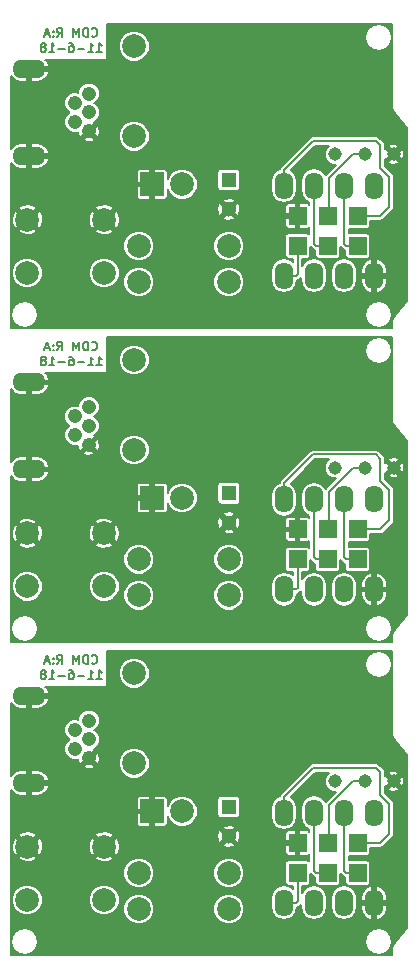
<source format=gbl>
G04 #@! TF.FileFunction,Copper,L2,Bot,Signal*
%FSLAX46Y46*%
G04 Gerber Fmt 4.6, Leading zero omitted, Abs format (unit mm)*
G04 Created by KiCad (PCBNEW 4.0.5+dfsg1-4) date Tue Nov  6 22:35:12 2018*
%MOMM*%
%LPD*%
G01*
G04 APERTURE LIST*
%ADD10C,0.100000*%
%ADD11C,0.150000*%
%ADD12R,1.524000X1.524000*%
%ADD13C,2.000000*%
%ADD14C,1.208000*%
%ADD15O,2.800000X1.600000*%
%ADD16C,1.998980*%
%ADD17R,2.000000X2.000000*%
%ADD18O,1.600000X2.300000*%
%ADD19C,1.143000*%
%ADD20R,1.300000X1.300000*%
%ADD21C,1.300000*%
%ADD22C,0.203200*%
G04 APERTURE END LIST*
D10*
D11*
X153497143Y-60844357D02*
X153532857Y-60880071D01*
X153640000Y-60915786D01*
X153711429Y-60915786D01*
X153818572Y-60880071D01*
X153890000Y-60808643D01*
X153925715Y-60737214D01*
X153961429Y-60594357D01*
X153961429Y-60487214D01*
X153925715Y-60344357D01*
X153890000Y-60272929D01*
X153818572Y-60201500D01*
X153711429Y-60165786D01*
X153640000Y-60165786D01*
X153532857Y-60201500D01*
X153497143Y-60237214D01*
X153175715Y-60915786D02*
X153175715Y-60165786D01*
X152997143Y-60165786D01*
X152890000Y-60201500D01*
X152818572Y-60272929D01*
X152782857Y-60344357D01*
X152747143Y-60487214D01*
X152747143Y-60594357D01*
X152782857Y-60737214D01*
X152818572Y-60808643D01*
X152890000Y-60880071D01*
X152997143Y-60915786D01*
X153175715Y-60915786D01*
X152425715Y-60915786D02*
X152425715Y-60165786D01*
X152175715Y-60701500D01*
X151925715Y-60165786D01*
X151925715Y-60915786D01*
X150568571Y-60915786D02*
X150818571Y-60558643D01*
X150997143Y-60915786D02*
X150997143Y-60165786D01*
X150711428Y-60165786D01*
X150640000Y-60201500D01*
X150604285Y-60237214D01*
X150568571Y-60308643D01*
X150568571Y-60415786D01*
X150604285Y-60487214D01*
X150640000Y-60522929D01*
X150711428Y-60558643D01*
X150997143Y-60558643D01*
X150247143Y-60844357D02*
X150211428Y-60880071D01*
X150247143Y-60915786D01*
X150282857Y-60880071D01*
X150247143Y-60844357D01*
X150247143Y-60915786D01*
X150247143Y-60451500D02*
X150211428Y-60487214D01*
X150247143Y-60522929D01*
X150282857Y-60487214D01*
X150247143Y-60451500D01*
X150247143Y-60522929D01*
X149925714Y-60701500D02*
X149568571Y-60701500D01*
X149997142Y-60915786D02*
X149747142Y-60165786D01*
X149497142Y-60915786D01*
X153907857Y-62190786D02*
X154336429Y-62190786D01*
X154122143Y-62190786D02*
X154122143Y-61440786D01*
X154193572Y-61547929D01*
X154265000Y-61619357D01*
X154336429Y-61655071D01*
X153193571Y-62190786D02*
X153622143Y-62190786D01*
X153407857Y-62190786D02*
X153407857Y-61440786D01*
X153479286Y-61547929D01*
X153550714Y-61619357D01*
X153622143Y-61655071D01*
X152872143Y-61905071D02*
X152300714Y-61905071D01*
X151622143Y-61440786D02*
X151765000Y-61440786D01*
X151836429Y-61476500D01*
X151872143Y-61512214D01*
X151943572Y-61619357D01*
X151979286Y-61762214D01*
X151979286Y-62047929D01*
X151943572Y-62119357D01*
X151907857Y-62155071D01*
X151836429Y-62190786D01*
X151693572Y-62190786D01*
X151622143Y-62155071D01*
X151586429Y-62119357D01*
X151550714Y-62047929D01*
X151550714Y-61869357D01*
X151586429Y-61797929D01*
X151622143Y-61762214D01*
X151693572Y-61726500D01*
X151836429Y-61726500D01*
X151907857Y-61762214D01*
X151943572Y-61797929D01*
X151979286Y-61869357D01*
X151229286Y-61905071D02*
X150657857Y-61905071D01*
X149907857Y-62190786D02*
X150336429Y-62190786D01*
X150122143Y-62190786D02*
X150122143Y-61440786D01*
X150193572Y-61547929D01*
X150265000Y-61619357D01*
X150336429Y-61655071D01*
X149479286Y-61762214D02*
X149550714Y-61726500D01*
X149586429Y-61690786D01*
X149622143Y-61619357D01*
X149622143Y-61583643D01*
X149586429Y-61512214D01*
X149550714Y-61476500D01*
X149479286Y-61440786D01*
X149336429Y-61440786D01*
X149265000Y-61476500D01*
X149229286Y-61512214D01*
X149193571Y-61583643D01*
X149193571Y-61619357D01*
X149229286Y-61690786D01*
X149265000Y-61726500D01*
X149336429Y-61762214D01*
X149479286Y-61762214D01*
X149550714Y-61797929D01*
X149586429Y-61833643D01*
X149622143Y-61905071D01*
X149622143Y-62047929D01*
X149586429Y-62119357D01*
X149550714Y-62155071D01*
X149479286Y-62190786D01*
X149336429Y-62190786D01*
X149265000Y-62155071D01*
X149229286Y-62119357D01*
X149193571Y-62047929D01*
X149193571Y-61905071D01*
X149229286Y-61833643D01*
X149265000Y-61797929D01*
X149336429Y-61762214D01*
X153497143Y-87387357D02*
X153532857Y-87423071D01*
X153640000Y-87458786D01*
X153711429Y-87458786D01*
X153818572Y-87423071D01*
X153890000Y-87351643D01*
X153925715Y-87280214D01*
X153961429Y-87137357D01*
X153961429Y-87030214D01*
X153925715Y-86887357D01*
X153890000Y-86815929D01*
X153818572Y-86744500D01*
X153711429Y-86708786D01*
X153640000Y-86708786D01*
X153532857Y-86744500D01*
X153497143Y-86780214D01*
X153175715Y-87458786D02*
X153175715Y-86708786D01*
X152997143Y-86708786D01*
X152890000Y-86744500D01*
X152818572Y-86815929D01*
X152782857Y-86887357D01*
X152747143Y-87030214D01*
X152747143Y-87137357D01*
X152782857Y-87280214D01*
X152818572Y-87351643D01*
X152890000Y-87423071D01*
X152997143Y-87458786D01*
X153175715Y-87458786D01*
X152425715Y-87458786D02*
X152425715Y-86708786D01*
X152175715Y-87244500D01*
X151925715Y-86708786D01*
X151925715Y-87458786D01*
X150568571Y-87458786D02*
X150818571Y-87101643D01*
X150997143Y-87458786D02*
X150997143Y-86708786D01*
X150711428Y-86708786D01*
X150640000Y-86744500D01*
X150604285Y-86780214D01*
X150568571Y-86851643D01*
X150568571Y-86958786D01*
X150604285Y-87030214D01*
X150640000Y-87065929D01*
X150711428Y-87101643D01*
X150997143Y-87101643D01*
X150247143Y-87387357D02*
X150211428Y-87423071D01*
X150247143Y-87458786D01*
X150282857Y-87423071D01*
X150247143Y-87387357D01*
X150247143Y-87458786D01*
X150247143Y-86994500D02*
X150211428Y-87030214D01*
X150247143Y-87065929D01*
X150282857Y-87030214D01*
X150247143Y-86994500D01*
X150247143Y-87065929D01*
X149925714Y-87244500D02*
X149568571Y-87244500D01*
X149997142Y-87458786D02*
X149747142Y-86708786D01*
X149497142Y-87458786D01*
X153907857Y-88733786D02*
X154336429Y-88733786D01*
X154122143Y-88733786D02*
X154122143Y-87983786D01*
X154193572Y-88090929D01*
X154265000Y-88162357D01*
X154336429Y-88198071D01*
X153193571Y-88733786D02*
X153622143Y-88733786D01*
X153407857Y-88733786D02*
X153407857Y-87983786D01*
X153479286Y-88090929D01*
X153550714Y-88162357D01*
X153622143Y-88198071D01*
X152872143Y-88448071D02*
X152300714Y-88448071D01*
X151622143Y-87983786D02*
X151765000Y-87983786D01*
X151836429Y-88019500D01*
X151872143Y-88055214D01*
X151943572Y-88162357D01*
X151979286Y-88305214D01*
X151979286Y-88590929D01*
X151943572Y-88662357D01*
X151907857Y-88698071D01*
X151836429Y-88733786D01*
X151693572Y-88733786D01*
X151622143Y-88698071D01*
X151586429Y-88662357D01*
X151550714Y-88590929D01*
X151550714Y-88412357D01*
X151586429Y-88340929D01*
X151622143Y-88305214D01*
X151693572Y-88269500D01*
X151836429Y-88269500D01*
X151907857Y-88305214D01*
X151943572Y-88340929D01*
X151979286Y-88412357D01*
X151229286Y-88448071D02*
X150657857Y-88448071D01*
X149907857Y-88733786D02*
X150336429Y-88733786D01*
X150122143Y-88733786D02*
X150122143Y-87983786D01*
X150193572Y-88090929D01*
X150265000Y-88162357D01*
X150336429Y-88198071D01*
X149479286Y-88305214D02*
X149550714Y-88269500D01*
X149586429Y-88233786D01*
X149622143Y-88162357D01*
X149622143Y-88126643D01*
X149586429Y-88055214D01*
X149550714Y-88019500D01*
X149479286Y-87983786D01*
X149336429Y-87983786D01*
X149265000Y-88019500D01*
X149229286Y-88055214D01*
X149193571Y-88126643D01*
X149193571Y-88162357D01*
X149229286Y-88233786D01*
X149265000Y-88269500D01*
X149336429Y-88305214D01*
X149479286Y-88305214D01*
X149550714Y-88340929D01*
X149586429Y-88376643D01*
X149622143Y-88448071D01*
X149622143Y-88590929D01*
X149586429Y-88662357D01*
X149550714Y-88698071D01*
X149479286Y-88733786D01*
X149336429Y-88733786D01*
X149265000Y-88698071D01*
X149229286Y-88662357D01*
X149193571Y-88590929D01*
X149193571Y-88448071D01*
X149229286Y-88376643D01*
X149265000Y-88340929D01*
X149336429Y-88305214D01*
X153497143Y-113930357D02*
X153532857Y-113966071D01*
X153640000Y-114001786D01*
X153711429Y-114001786D01*
X153818572Y-113966071D01*
X153890000Y-113894643D01*
X153925715Y-113823214D01*
X153961429Y-113680357D01*
X153961429Y-113573214D01*
X153925715Y-113430357D01*
X153890000Y-113358929D01*
X153818572Y-113287500D01*
X153711429Y-113251786D01*
X153640000Y-113251786D01*
X153532857Y-113287500D01*
X153497143Y-113323214D01*
X153175715Y-114001786D02*
X153175715Y-113251786D01*
X152997143Y-113251786D01*
X152890000Y-113287500D01*
X152818572Y-113358929D01*
X152782857Y-113430357D01*
X152747143Y-113573214D01*
X152747143Y-113680357D01*
X152782857Y-113823214D01*
X152818572Y-113894643D01*
X152890000Y-113966071D01*
X152997143Y-114001786D01*
X153175715Y-114001786D01*
X152425715Y-114001786D02*
X152425715Y-113251786D01*
X152175715Y-113787500D01*
X151925715Y-113251786D01*
X151925715Y-114001786D01*
X150568571Y-114001786D02*
X150818571Y-113644643D01*
X150997143Y-114001786D02*
X150997143Y-113251786D01*
X150711428Y-113251786D01*
X150640000Y-113287500D01*
X150604285Y-113323214D01*
X150568571Y-113394643D01*
X150568571Y-113501786D01*
X150604285Y-113573214D01*
X150640000Y-113608929D01*
X150711428Y-113644643D01*
X150997143Y-113644643D01*
X150247143Y-113930357D02*
X150211428Y-113966071D01*
X150247143Y-114001786D01*
X150282857Y-113966071D01*
X150247143Y-113930357D01*
X150247143Y-114001786D01*
X150247143Y-113537500D02*
X150211428Y-113573214D01*
X150247143Y-113608929D01*
X150282857Y-113573214D01*
X150247143Y-113537500D01*
X150247143Y-113608929D01*
X149925714Y-113787500D02*
X149568571Y-113787500D01*
X149997142Y-114001786D02*
X149747142Y-113251786D01*
X149497142Y-114001786D01*
X153907857Y-115276786D02*
X154336429Y-115276786D01*
X154122143Y-115276786D02*
X154122143Y-114526786D01*
X154193572Y-114633929D01*
X154265000Y-114705357D01*
X154336429Y-114741071D01*
X153193571Y-115276786D02*
X153622143Y-115276786D01*
X153407857Y-115276786D02*
X153407857Y-114526786D01*
X153479286Y-114633929D01*
X153550714Y-114705357D01*
X153622143Y-114741071D01*
X152872143Y-114991071D02*
X152300714Y-114991071D01*
X151622143Y-114526786D02*
X151765000Y-114526786D01*
X151836429Y-114562500D01*
X151872143Y-114598214D01*
X151943572Y-114705357D01*
X151979286Y-114848214D01*
X151979286Y-115133929D01*
X151943572Y-115205357D01*
X151907857Y-115241071D01*
X151836429Y-115276786D01*
X151693572Y-115276786D01*
X151622143Y-115241071D01*
X151586429Y-115205357D01*
X151550714Y-115133929D01*
X151550714Y-114955357D01*
X151586429Y-114883929D01*
X151622143Y-114848214D01*
X151693572Y-114812500D01*
X151836429Y-114812500D01*
X151907857Y-114848214D01*
X151943572Y-114883929D01*
X151979286Y-114955357D01*
X151229286Y-114991071D02*
X150657857Y-114991071D01*
X149907857Y-115276786D02*
X150336429Y-115276786D01*
X150122143Y-115276786D02*
X150122143Y-114526786D01*
X150193572Y-114633929D01*
X150265000Y-114705357D01*
X150336429Y-114741071D01*
X149479286Y-114848214D02*
X149550714Y-114812500D01*
X149586429Y-114776786D01*
X149622143Y-114705357D01*
X149622143Y-114669643D01*
X149586429Y-114598214D01*
X149550714Y-114562500D01*
X149479286Y-114526786D01*
X149336429Y-114526786D01*
X149265000Y-114562500D01*
X149229286Y-114598214D01*
X149193571Y-114669643D01*
X149193571Y-114705357D01*
X149229286Y-114776786D01*
X149265000Y-114812500D01*
X149336429Y-114848214D01*
X149479286Y-114848214D01*
X149550714Y-114883929D01*
X149586429Y-114919643D01*
X149622143Y-114991071D01*
X149622143Y-115133929D01*
X149586429Y-115205357D01*
X149550714Y-115241071D01*
X149479286Y-115276786D01*
X149336429Y-115276786D01*
X149265000Y-115241071D01*
X149229286Y-115205357D01*
X149193571Y-115133929D01*
X149193571Y-114991071D01*
X149229286Y-114919643D01*
X149265000Y-114883929D01*
X149336429Y-114848214D01*
D12*
X176022000Y-76073000D03*
X173482000Y-76073000D03*
X173482000Y-78613000D03*
X176022000Y-78613000D03*
X170942000Y-76073000D03*
X170942000Y-78613000D03*
D13*
X154559000Y-76399000D03*
X154559000Y-80899000D03*
X148059000Y-76399000D03*
X148059000Y-80899000D03*
D14*
X153259000Y-67310000D03*
X153259000Y-68910000D03*
X152059000Y-66510000D03*
X152059000Y-68110000D03*
X153259000Y-65710000D03*
D15*
X148209000Y-70993000D03*
X148209000Y-63627000D03*
D16*
X165100000Y-78613000D03*
X157480000Y-78613000D03*
D17*
X158623000Y-73406000D03*
D13*
X161163000Y-73406000D03*
D18*
X169799000Y-81153000D03*
X172339000Y-81153000D03*
X174879000Y-81153000D03*
X177419000Y-81153000D03*
X177419000Y-73533000D03*
X174879000Y-73533000D03*
X172339000Y-73533000D03*
X169799000Y-73533000D03*
D19*
X179070000Y-70866000D03*
D20*
X165100000Y-73025000D03*
D21*
X165100000Y-75525000D03*
D16*
X165100000Y-81661000D03*
X157480000Y-81661000D03*
D19*
X176657000Y-70866000D03*
X174117000Y-70866000D03*
D16*
X157099000Y-69342000D03*
X157099000Y-61722000D03*
D12*
X176022000Y-102616000D03*
X173482000Y-102616000D03*
X173482000Y-105156000D03*
X176022000Y-105156000D03*
X170942000Y-102616000D03*
X170942000Y-105156000D03*
D20*
X165100000Y-99568000D03*
D21*
X165100000Y-102068000D03*
D19*
X174117000Y-97409000D03*
X176657000Y-97409000D03*
X179070000Y-97409000D03*
D18*
X169799000Y-107696000D03*
X172339000Y-107696000D03*
X174879000Y-107696000D03*
X177419000Y-107696000D03*
X177419000Y-100076000D03*
X174879000Y-100076000D03*
X172339000Y-100076000D03*
X169799000Y-100076000D03*
D16*
X165100000Y-108204000D03*
X157480000Y-108204000D03*
D13*
X154559000Y-102942000D03*
X154559000Y-107442000D03*
X148059000Y-102942000D03*
X148059000Y-107442000D03*
D16*
X157099000Y-95885000D03*
X157099000Y-88265000D03*
D14*
X153259000Y-93853000D03*
X153259000Y-95453000D03*
X152059000Y-93053000D03*
X152059000Y-94653000D03*
X153259000Y-92253000D03*
D15*
X148209000Y-97536000D03*
X148209000Y-90170000D03*
D17*
X158623000Y-99949000D03*
D13*
X161163000Y-99949000D03*
D16*
X165100000Y-105156000D03*
X157480000Y-105156000D03*
D17*
X158623000Y-126492000D03*
D13*
X161163000Y-126492000D03*
X154559000Y-129485000D03*
X154559000Y-133985000D03*
X148059000Y-129485000D03*
X148059000Y-133985000D03*
D20*
X165100000Y-126111000D03*
D21*
X165100000Y-128611000D03*
D19*
X176657000Y-123952000D03*
X174117000Y-123952000D03*
X179070000Y-123952000D03*
D14*
X153259000Y-120396000D03*
X153259000Y-121996000D03*
X152059000Y-119596000D03*
X152059000Y-121196000D03*
X153259000Y-118796000D03*
D15*
X148209000Y-124079000D03*
X148209000Y-116713000D03*
D16*
X157099000Y-122428000D03*
X157099000Y-114808000D03*
X165100000Y-131699000D03*
X157480000Y-131699000D03*
X165100000Y-134747000D03*
X157480000Y-134747000D03*
D18*
X169799000Y-134239000D03*
X172339000Y-134239000D03*
X174879000Y-134239000D03*
X177419000Y-134239000D03*
X177419000Y-126619000D03*
X174879000Y-126619000D03*
X172339000Y-126619000D03*
X169799000Y-126619000D03*
D12*
X176022000Y-129159000D03*
X173482000Y-129159000D03*
X173482000Y-131699000D03*
X176022000Y-131699000D03*
X170942000Y-129159000D03*
X170942000Y-131699000D03*
D22*
X152655001Y-69513999D02*
X152482001Y-69513999D01*
X153259000Y-68910000D02*
X152655001Y-69513999D01*
X152482001Y-69513999D02*
X151003000Y-70993000D01*
X151003000Y-70993000D02*
X148209000Y-70993000D01*
X148209000Y-64630200D02*
X148209000Y-70993000D01*
X148209000Y-63627000D02*
X148209000Y-64630200D01*
X148209000Y-90170000D02*
X148209000Y-91173200D01*
X151003000Y-97536000D02*
X148209000Y-97536000D01*
X152482001Y-96056999D02*
X151003000Y-97536000D01*
X152655001Y-96056999D02*
X152482001Y-96056999D01*
X153259000Y-95453000D02*
X152655001Y-96056999D01*
X148209000Y-91173200D02*
X148209000Y-97536000D01*
X152482001Y-122599999D02*
X151003000Y-124079000D01*
X151003000Y-124079000D02*
X148209000Y-124079000D01*
X153259000Y-121996000D02*
X152655001Y-122599999D01*
X152655001Y-122599999D02*
X152482001Y-122599999D01*
X148209000Y-116713000D02*
X148209000Y-117716200D01*
X148209000Y-117716200D02*
X148209000Y-124079000D01*
X169799000Y-72179800D02*
X172255800Y-69723000D01*
X177927000Y-72009000D02*
X178689000Y-72771000D01*
X178689000Y-72771000D02*
X178689000Y-75311000D01*
X178689000Y-75311000D02*
X177927000Y-76073000D01*
X177927000Y-76073000D02*
X176022000Y-76073000D01*
X172255800Y-69723000D02*
X177546000Y-69723000D01*
X177546000Y-69723000D02*
X177927000Y-70104000D01*
X177927000Y-70104000D02*
X177927000Y-72009000D01*
X169799000Y-73533000D02*
X169799000Y-72179800D01*
X178689000Y-99314000D02*
X178689000Y-101854000D01*
X177927000Y-98552000D02*
X178689000Y-99314000D01*
X169799000Y-98722800D02*
X172255800Y-96266000D01*
X178689000Y-101854000D02*
X177927000Y-102616000D01*
X177927000Y-102616000D02*
X176022000Y-102616000D01*
X169799000Y-100076000D02*
X169799000Y-98722800D01*
X177927000Y-96647000D02*
X177927000Y-98552000D01*
X177546000Y-96266000D02*
X177927000Y-96647000D01*
X172255800Y-96266000D02*
X177546000Y-96266000D01*
X169799000Y-126619000D02*
X169799000Y-125265800D01*
X178689000Y-128397000D02*
X177927000Y-129159000D01*
X178689000Y-125857000D02*
X178689000Y-128397000D01*
X169799000Y-125265800D02*
X172255800Y-122809000D01*
X172255800Y-122809000D02*
X177546000Y-122809000D01*
X177546000Y-122809000D02*
X177927000Y-123190000D01*
X177927000Y-123190000D02*
X177927000Y-125095000D01*
X177927000Y-125095000D02*
X178689000Y-125857000D01*
X177927000Y-129159000D02*
X176022000Y-129159000D01*
X173609000Y-75946000D02*
X173482000Y-76073000D01*
X175633563Y-70866000D02*
X173609000Y-72890563D01*
X173609000Y-72890563D02*
X173609000Y-75946000D01*
X176657000Y-70866000D02*
X175633563Y-70866000D01*
X173609000Y-99433563D02*
X173609000Y-102489000D01*
X173609000Y-102489000D02*
X173482000Y-102616000D01*
X176657000Y-97409000D02*
X175633563Y-97409000D01*
X175633563Y-97409000D02*
X173609000Y-99433563D01*
X176657000Y-123952000D02*
X175633563Y-123952000D01*
X175633563Y-123952000D02*
X173609000Y-125976563D01*
X173609000Y-125976563D02*
X173609000Y-129032000D01*
X173609000Y-129032000D02*
X173482000Y-129159000D01*
X172339000Y-78435200D02*
X172339000Y-74886200D01*
X173482000Y-78613000D02*
X172516800Y-78613000D01*
X172339000Y-74886200D02*
X172339000Y-73533000D01*
X172516800Y-78613000D02*
X172339000Y-78435200D01*
X172339000Y-101429200D02*
X172339000Y-100076000D01*
X172339000Y-104978200D02*
X172339000Y-101429200D01*
X173482000Y-105156000D02*
X172516800Y-105156000D01*
X172516800Y-105156000D02*
X172339000Y-104978200D01*
X173482000Y-131699000D02*
X172516800Y-131699000D01*
X172516800Y-131699000D02*
X172339000Y-131521200D01*
X172339000Y-131521200D02*
X172339000Y-127972200D01*
X172339000Y-127972200D02*
X172339000Y-126619000D01*
X174879000Y-78435200D02*
X175056800Y-78613000D01*
X174879000Y-73533000D02*
X174879000Y-78435200D01*
X175056800Y-78613000D02*
X176022000Y-78613000D01*
X174879000Y-104978200D02*
X175056800Y-105156000D01*
X175056800Y-105156000D02*
X176022000Y-105156000D01*
X174879000Y-100076000D02*
X174879000Y-104978200D01*
X174879000Y-126619000D02*
X174879000Y-131521200D01*
X174879000Y-131521200D02*
X175056800Y-131699000D01*
X175056800Y-131699000D02*
X176022000Y-131699000D01*
X170942000Y-81013200D02*
X170802200Y-81153000D01*
X170942000Y-78613000D02*
X170942000Y-81013200D01*
X170802200Y-81153000D02*
X169799000Y-81153000D01*
X170942000Y-107556200D02*
X170802200Y-107696000D01*
X170802200Y-107696000D02*
X169799000Y-107696000D01*
X170942000Y-105156000D02*
X170942000Y-107556200D01*
X170942000Y-131699000D02*
X170942000Y-134099200D01*
X170802200Y-134239000D02*
X169799000Y-134239000D01*
X170942000Y-134099200D02*
X170802200Y-134239000D01*
G36*
X178944200Y-120015000D02*
X178955359Y-120071099D01*
X178961393Y-120127978D01*
X178969715Y-120143269D01*
X178973111Y-120160343D01*
X179004888Y-120207901D01*
X179032230Y-120258142D01*
X180214200Y-121676507D01*
X180214200Y-136387493D01*
X179032230Y-137805858D01*
X179004888Y-137856099D01*
X178973111Y-137903657D01*
X178969715Y-137920731D01*
X178961393Y-137936022D01*
X178955359Y-137992901D01*
X178944200Y-138049000D01*
X178944200Y-138685200D01*
X146683800Y-138685200D01*
X146683800Y-137541000D01*
X146686200Y-137541000D01*
X146773114Y-137977948D01*
X147020625Y-138348375D01*
X147391052Y-138595886D01*
X147828000Y-138682800D01*
X148264948Y-138595886D01*
X148635375Y-138348375D01*
X148882886Y-137977948D01*
X148969800Y-137541000D01*
X176658200Y-137541000D01*
X176745114Y-137977948D01*
X176992625Y-138348375D01*
X177363052Y-138595886D01*
X177800000Y-138682800D01*
X178236948Y-138595886D01*
X178607375Y-138348375D01*
X178854886Y-137977948D01*
X178941800Y-137541000D01*
X178854886Y-137104052D01*
X178607375Y-136733625D01*
X178236948Y-136486114D01*
X177800000Y-136399200D01*
X177363052Y-136486114D01*
X176992625Y-136733625D01*
X176745114Y-137104052D01*
X176658200Y-137541000D01*
X148969800Y-137541000D01*
X148882886Y-137104052D01*
X148635375Y-136733625D01*
X148264948Y-136486114D01*
X147828000Y-136399200D01*
X147391052Y-136486114D01*
X147020625Y-136733625D01*
X146773114Y-137104052D01*
X146686200Y-137541000D01*
X146683800Y-137541000D01*
X146683800Y-134243402D01*
X146753974Y-134243402D01*
X146952199Y-134723144D01*
X147318925Y-135090511D01*
X147798320Y-135289573D01*
X148317402Y-135290026D01*
X148797144Y-135091801D01*
X149164511Y-134725075D01*
X149363573Y-134245680D01*
X149363574Y-134243402D01*
X153253974Y-134243402D01*
X153452199Y-134723144D01*
X153818925Y-135090511D01*
X154298320Y-135289573D01*
X154817402Y-135290026D01*
X155297144Y-135091801D01*
X155383795Y-135005301D01*
X156175484Y-135005301D01*
X156373632Y-135484856D01*
X156740214Y-135852079D01*
X157219422Y-136051064D01*
X157738301Y-136051516D01*
X158217856Y-135853368D01*
X158585079Y-135486786D01*
X158784064Y-135007578D01*
X158784065Y-135005301D01*
X163795484Y-135005301D01*
X163993632Y-135484856D01*
X164360214Y-135852079D01*
X164839422Y-136051064D01*
X165358301Y-136051516D01*
X165837856Y-135853368D01*
X166205079Y-135486786D01*
X166404064Y-135007578D01*
X166404516Y-134488699D01*
X166206368Y-134009144D01*
X165839786Y-133641921D01*
X165360578Y-133442936D01*
X164841699Y-133442484D01*
X164362144Y-133640632D01*
X163994921Y-134007214D01*
X163795936Y-134486422D01*
X163795484Y-135005301D01*
X158784065Y-135005301D01*
X158784516Y-134488699D01*
X158586368Y-134009144D01*
X158219786Y-133641921D01*
X157740578Y-133442936D01*
X157221699Y-133442484D01*
X156742144Y-133640632D01*
X156374921Y-134007214D01*
X156175936Y-134486422D01*
X156175484Y-135005301D01*
X155383795Y-135005301D01*
X155664511Y-134725075D01*
X155863573Y-134245680D01*
X155864026Y-133726598D01*
X155665801Y-133246856D01*
X155299075Y-132879489D01*
X154819680Y-132680427D01*
X154300598Y-132679974D01*
X153820856Y-132878199D01*
X153453489Y-133244925D01*
X153254427Y-133724320D01*
X153253974Y-134243402D01*
X149363574Y-134243402D01*
X149364026Y-133726598D01*
X149165801Y-133246856D01*
X148799075Y-132879489D01*
X148319680Y-132680427D01*
X147800598Y-132679974D01*
X147320856Y-132878199D01*
X146953489Y-133244925D01*
X146754427Y-133724320D01*
X146753974Y-134243402D01*
X146683800Y-134243402D01*
X146683800Y-131957301D01*
X156175484Y-131957301D01*
X156373632Y-132436856D01*
X156740214Y-132804079D01*
X157219422Y-133003064D01*
X157738301Y-133003516D01*
X158217856Y-132805368D01*
X158585079Y-132438786D01*
X158784064Y-131959578D01*
X158784065Y-131957301D01*
X163795484Y-131957301D01*
X163993632Y-132436856D01*
X164360214Y-132804079D01*
X164839422Y-133003064D01*
X165358301Y-133003516D01*
X165837856Y-132805368D01*
X166205079Y-132438786D01*
X166404064Y-131959578D01*
X166404516Y-131440699D01*
X166206368Y-130961144D01*
X165839786Y-130593921D01*
X165360578Y-130394936D01*
X164841699Y-130394484D01*
X164362144Y-130592632D01*
X163994921Y-130959214D01*
X163795936Y-131438422D01*
X163795484Y-131957301D01*
X158784065Y-131957301D01*
X158784516Y-131440699D01*
X158586368Y-130961144D01*
X158219786Y-130593921D01*
X157740578Y-130394936D01*
X157221699Y-130394484D01*
X156742144Y-130592632D01*
X156374921Y-130959214D01*
X156175936Y-131438422D01*
X156175484Y-131957301D01*
X146683800Y-131957301D01*
X146683800Y-130473018D01*
X147286508Y-130473018D01*
X147405474Y-130643779D01*
X147898666Y-130805666D01*
X148416268Y-130766493D01*
X148712526Y-130643779D01*
X148831492Y-130473018D01*
X153786508Y-130473018D01*
X153905474Y-130643779D01*
X154398666Y-130805666D01*
X154916268Y-130766493D01*
X155212526Y-130643779D01*
X155331492Y-130473018D01*
X154559000Y-129700526D01*
X153786508Y-130473018D01*
X148831492Y-130473018D01*
X148059000Y-129700526D01*
X147286508Y-130473018D01*
X146683800Y-130473018D01*
X146683800Y-129324666D01*
X146738334Y-129324666D01*
X146777507Y-129842268D01*
X146900221Y-130138526D01*
X147070982Y-130257492D01*
X147843474Y-129485000D01*
X148274526Y-129485000D01*
X149047018Y-130257492D01*
X149217779Y-130138526D01*
X149379666Y-129645334D01*
X149355398Y-129324666D01*
X153238334Y-129324666D01*
X153277507Y-129842268D01*
X153400221Y-130138526D01*
X153570982Y-130257492D01*
X154343474Y-129485000D01*
X154774526Y-129485000D01*
X155547018Y-130257492D01*
X155717779Y-130138526D01*
X155879666Y-129645334D01*
X155856864Y-129344036D01*
X164582490Y-129344036D01*
X164658137Y-129478451D01*
X165023730Y-129581514D01*
X165400935Y-129536826D01*
X165541863Y-129478451D01*
X165592992Y-129387600D01*
X169875200Y-129387600D01*
X169875200Y-129981629D01*
X169921603Y-130093656D01*
X170007345Y-130179397D01*
X170119372Y-130225800D01*
X170713400Y-130225800D01*
X170789600Y-130149600D01*
X170789600Y-129311400D01*
X169951400Y-129311400D01*
X169875200Y-129387600D01*
X165592992Y-129387600D01*
X165617510Y-129344036D01*
X165100000Y-128826526D01*
X164582490Y-129344036D01*
X155856864Y-129344036D01*
X155840493Y-129127732D01*
X155717779Y-128831474D01*
X155547018Y-128712508D01*
X154774526Y-129485000D01*
X154343474Y-129485000D01*
X153570982Y-128712508D01*
X153400221Y-128831474D01*
X153238334Y-129324666D01*
X149355398Y-129324666D01*
X149340493Y-129127732D01*
X149217779Y-128831474D01*
X149047018Y-128712508D01*
X148274526Y-129485000D01*
X147843474Y-129485000D01*
X147070982Y-128712508D01*
X146900221Y-128831474D01*
X146738334Y-129324666D01*
X146683800Y-129324666D01*
X146683800Y-128496982D01*
X147286508Y-128496982D01*
X148059000Y-129269474D01*
X148831492Y-128496982D01*
X153786508Y-128496982D01*
X154559000Y-129269474D01*
X155293744Y-128534730D01*
X164129486Y-128534730D01*
X164174174Y-128911935D01*
X164232549Y-129052863D01*
X164366964Y-129128510D01*
X164884474Y-128611000D01*
X165315526Y-128611000D01*
X165833036Y-129128510D01*
X165967451Y-129052863D01*
X166070514Y-128687270D01*
X166028943Y-128336371D01*
X169875200Y-128336371D01*
X169875200Y-128930400D01*
X169951400Y-129006600D01*
X170789600Y-129006600D01*
X170789600Y-128168400D01*
X170713400Y-128092200D01*
X170119372Y-128092200D01*
X170007345Y-128138603D01*
X169921603Y-128224344D01*
X169875200Y-128336371D01*
X166028943Y-128336371D01*
X166025826Y-128310065D01*
X165967451Y-128169137D01*
X165833036Y-128093490D01*
X165315526Y-128611000D01*
X164884474Y-128611000D01*
X164366964Y-128093490D01*
X164232549Y-128169137D01*
X164129486Y-128534730D01*
X155293744Y-128534730D01*
X155331492Y-128496982D01*
X155212526Y-128326221D01*
X154719334Y-128164334D01*
X154201732Y-128203507D01*
X153905474Y-128326221D01*
X153786508Y-128496982D01*
X148831492Y-128496982D01*
X148712526Y-128326221D01*
X148219334Y-128164334D01*
X147701732Y-128203507D01*
X147405474Y-128326221D01*
X147286508Y-128496982D01*
X146683800Y-128496982D01*
X146683800Y-127877964D01*
X164582490Y-127877964D01*
X165100000Y-128395474D01*
X165617510Y-127877964D01*
X165541863Y-127743549D01*
X165176270Y-127640486D01*
X164799065Y-127685174D01*
X164658137Y-127743549D01*
X164582490Y-127877964D01*
X146683800Y-127877964D01*
X146683800Y-126720600D01*
X157318200Y-126720600D01*
X157318200Y-127552628D01*
X157364603Y-127664655D01*
X157450344Y-127750397D01*
X157562371Y-127796800D01*
X158394400Y-127796800D01*
X158470600Y-127720600D01*
X158470600Y-126644400D01*
X157394400Y-126644400D01*
X157318200Y-126720600D01*
X146683800Y-126720600D01*
X146683800Y-125431372D01*
X157318200Y-125431372D01*
X157318200Y-126263400D01*
X157394400Y-126339600D01*
X158470600Y-126339600D01*
X158470600Y-125263400D01*
X158775400Y-125263400D01*
X158775400Y-126339600D01*
X158795400Y-126339600D01*
X158795400Y-126644400D01*
X158775400Y-126644400D01*
X158775400Y-127720600D01*
X158851600Y-127796800D01*
X159683629Y-127796800D01*
X159795656Y-127750397D01*
X159881397Y-127664655D01*
X159927800Y-127552628D01*
X159927800Y-126919394D01*
X160056199Y-127230144D01*
X160422925Y-127597511D01*
X160902320Y-127796573D01*
X161421402Y-127797026D01*
X161901144Y-127598801D01*
X162268511Y-127232075D01*
X162467573Y-126752680D01*
X162468026Y-126233598D01*
X162269801Y-125753856D01*
X161977456Y-125461000D01*
X164139229Y-125461000D01*
X164139229Y-126761000D01*
X164160482Y-126873952D01*
X164227237Y-126977692D01*
X164329093Y-127047287D01*
X164450000Y-127071771D01*
X165750000Y-127071771D01*
X165862952Y-127050518D01*
X165966692Y-126983763D01*
X166036287Y-126881907D01*
X166060771Y-126761000D01*
X166060771Y-126240499D01*
X168694200Y-126240499D01*
X168694200Y-126997501D01*
X168778298Y-127420290D01*
X169017788Y-127778713D01*
X169376211Y-128018203D01*
X169799000Y-128102301D01*
X170221789Y-128018203D01*
X170580212Y-127778713D01*
X170819702Y-127420290D01*
X170903800Y-126997501D01*
X170903800Y-126240499D01*
X170819702Y-125817710D01*
X170580212Y-125459287D01*
X170340451Y-125299085D01*
X172424136Y-123215400D01*
X173614528Y-123215400D01*
X173374542Y-123454968D01*
X173240852Y-123776928D01*
X173240548Y-124125542D01*
X173373676Y-124447736D01*
X173619968Y-124694458D01*
X173941928Y-124828148D01*
X174182469Y-124828358D01*
X173321632Y-125689195D01*
X173297731Y-125724964D01*
X173120212Y-125459287D01*
X172761789Y-125219797D01*
X172339000Y-125135699D01*
X171916211Y-125219797D01*
X171557788Y-125459287D01*
X171318298Y-125817710D01*
X171234200Y-126240499D01*
X171234200Y-126997501D01*
X171318298Y-127420290D01*
X171557788Y-127778713D01*
X171916211Y-128018203D01*
X171932600Y-128021463D01*
X171932600Y-128194547D01*
X171876655Y-128138603D01*
X171764628Y-128092200D01*
X171170600Y-128092200D01*
X171094400Y-128168400D01*
X171094400Y-129006600D01*
X171114400Y-129006600D01*
X171114400Y-129311400D01*
X171094400Y-129311400D01*
X171094400Y-130149600D01*
X171170600Y-130225800D01*
X171764628Y-130225800D01*
X171876655Y-130179397D01*
X171932600Y-130123453D01*
X171932600Y-130729379D01*
X171926763Y-130720308D01*
X171824907Y-130650713D01*
X171704000Y-130626229D01*
X170180000Y-130626229D01*
X170067048Y-130647482D01*
X169963308Y-130714237D01*
X169893713Y-130816093D01*
X169869229Y-130937000D01*
X169869229Y-132461000D01*
X169890482Y-132573952D01*
X169957237Y-132677692D01*
X170059093Y-132747287D01*
X170180000Y-132771771D01*
X170535600Y-132771771D01*
X170535600Y-133049478D01*
X170221789Y-132839797D01*
X169799000Y-132755699D01*
X169376211Y-132839797D01*
X169017788Y-133079287D01*
X168778298Y-133437710D01*
X168694200Y-133860499D01*
X168694200Y-134617501D01*
X168778298Y-135040290D01*
X169017788Y-135398713D01*
X169376211Y-135638203D01*
X169799000Y-135722301D01*
X170221789Y-135638203D01*
X170580212Y-135398713D01*
X170819702Y-135040290D01*
X170902207Y-134625508D01*
X170957723Y-134614465D01*
X171089568Y-134526368D01*
X171229368Y-134386568D01*
X171234200Y-134379336D01*
X171234200Y-134617501D01*
X171318298Y-135040290D01*
X171557788Y-135398713D01*
X171916211Y-135638203D01*
X172339000Y-135722301D01*
X172761789Y-135638203D01*
X173120212Y-135398713D01*
X173359702Y-135040290D01*
X173443800Y-134617501D01*
X173443800Y-133860499D01*
X173774200Y-133860499D01*
X173774200Y-134617501D01*
X173858298Y-135040290D01*
X174097788Y-135398713D01*
X174456211Y-135638203D01*
X174879000Y-135722301D01*
X175301789Y-135638203D01*
X175660212Y-135398713D01*
X175899702Y-135040290D01*
X175983800Y-134617501D01*
X175983800Y-134391400D01*
X176314200Y-134391400D01*
X176314200Y-134741400D01*
X176456619Y-135152588D01*
X176745552Y-135477975D01*
X177097300Y-135645926D01*
X177266600Y-135606247D01*
X177266600Y-134391400D01*
X177571400Y-134391400D01*
X177571400Y-135606247D01*
X177740700Y-135645926D01*
X178092448Y-135477975D01*
X178381381Y-135152588D01*
X178523800Y-134741400D01*
X178523800Y-134391400D01*
X177571400Y-134391400D01*
X177266600Y-134391400D01*
X176314200Y-134391400D01*
X175983800Y-134391400D01*
X175983800Y-133860499D01*
X175959155Y-133736600D01*
X176314200Y-133736600D01*
X176314200Y-134086600D01*
X177266600Y-134086600D01*
X177266600Y-132871753D01*
X177571400Y-132871753D01*
X177571400Y-134086600D01*
X178523800Y-134086600D01*
X178523800Y-133736600D01*
X178381381Y-133325412D01*
X178092448Y-133000025D01*
X177740700Y-132832074D01*
X177571400Y-132871753D01*
X177266600Y-132871753D01*
X177097300Y-132832074D01*
X176745552Y-133000025D01*
X176456619Y-133325412D01*
X176314200Y-133736600D01*
X175959155Y-133736600D01*
X175899702Y-133437710D01*
X175660212Y-133079287D01*
X175301789Y-132839797D01*
X174879000Y-132755699D01*
X174456211Y-132839797D01*
X174097788Y-133079287D01*
X173858298Y-133437710D01*
X173774200Y-133860499D01*
X173443800Y-133860499D01*
X173359702Y-133437710D01*
X173120212Y-133079287D01*
X172761789Y-132839797D01*
X172339000Y-132755699D01*
X171916211Y-132839797D01*
X171557788Y-133079287D01*
X171348400Y-133392659D01*
X171348400Y-132771771D01*
X171704000Y-132771771D01*
X171816952Y-132750518D01*
X171920692Y-132683763D01*
X171990287Y-132581907D01*
X172014771Y-132461000D01*
X172014771Y-131753402D01*
X172051632Y-131808568D01*
X172229432Y-131986368D01*
X172361277Y-132074465D01*
X172409229Y-132084003D01*
X172409229Y-132461000D01*
X172430482Y-132573952D01*
X172497237Y-132677692D01*
X172599093Y-132747287D01*
X172720000Y-132771771D01*
X174244000Y-132771771D01*
X174356952Y-132750518D01*
X174460692Y-132683763D01*
X174530287Y-132581907D01*
X174554771Y-132461000D01*
X174554771Y-131753402D01*
X174591632Y-131808568D01*
X174769432Y-131986368D01*
X174901277Y-132074465D01*
X174949229Y-132084003D01*
X174949229Y-132461000D01*
X174970482Y-132573952D01*
X175037237Y-132677692D01*
X175139093Y-132747287D01*
X175260000Y-132771771D01*
X176784000Y-132771771D01*
X176896952Y-132750518D01*
X177000692Y-132683763D01*
X177070287Y-132581907D01*
X177094771Y-132461000D01*
X177094771Y-130937000D01*
X177073518Y-130824048D01*
X177006763Y-130720308D01*
X176904907Y-130650713D01*
X176784000Y-130626229D01*
X175285400Y-130626229D01*
X175285400Y-130231771D01*
X176784000Y-130231771D01*
X176896952Y-130210518D01*
X177000692Y-130143763D01*
X177070287Y-130041907D01*
X177094771Y-129921000D01*
X177094771Y-129565400D01*
X177927000Y-129565400D01*
X178082523Y-129534465D01*
X178214368Y-129446368D01*
X178976368Y-128684368D01*
X179064465Y-128552523D01*
X179095400Y-128397000D01*
X179095400Y-125857000D01*
X179064465Y-125701477D01*
X178976368Y-125569632D01*
X178333400Y-124926664D01*
X178333400Y-124627522D01*
X178610004Y-124627522D01*
X178675823Y-124753817D01*
X179012670Y-124843628D01*
X179358245Y-124797697D01*
X179464177Y-124753817D01*
X179529996Y-124627522D01*
X179070000Y-124167526D01*
X178610004Y-124627522D01*
X178333400Y-124627522D01*
X178333400Y-124380165D01*
X178394478Y-124411996D01*
X178854474Y-123952000D01*
X179285526Y-123952000D01*
X179745522Y-124411996D01*
X179871817Y-124346177D01*
X179961628Y-124009330D01*
X179915697Y-123663755D01*
X179871817Y-123557823D01*
X179745522Y-123492004D01*
X179285526Y-123952000D01*
X178854474Y-123952000D01*
X178394478Y-123492004D01*
X178333400Y-123523835D01*
X178333400Y-123276478D01*
X178610004Y-123276478D01*
X179070000Y-123736474D01*
X179529996Y-123276478D01*
X179464177Y-123150183D01*
X179127330Y-123060372D01*
X178781755Y-123106303D01*
X178675823Y-123150183D01*
X178610004Y-123276478D01*
X178333400Y-123276478D01*
X178333400Y-123190000D01*
X178302465Y-123034477D01*
X178214368Y-122902632D01*
X177833368Y-122521632D01*
X177770806Y-122479829D01*
X177701523Y-122433535D01*
X177546000Y-122402600D01*
X172255800Y-122402600D01*
X172100277Y-122433535D01*
X172030994Y-122479829D01*
X171968432Y-122521632D01*
X169511632Y-124978432D01*
X169423535Y-125110277D01*
X169402803Y-125214508D01*
X169376211Y-125219797D01*
X169017788Y-125459287D01*
X168778298Y-125817710D01*
X168694200Y-126240499D01*
X166060771Y-126240499D01*
X166060771Y-125461000D01*
X166039518Y-125348048D01*
X165972763Y-125244308D01*
X165870907Y-125174713D01*
X165750000Y-125150229D01*
X164450000Y-125150229D01*
X164337048Y-125171482D01*
X164233308Y-125238237D01*
X164163713Y-125340093D01*
X164139229Y-125461000D01*
X161977456Y-125461000D01*
X161903075Y-125386489D01*
X161423680Y-125187427D01*
X160904598Y-125186974D01*
X160424856Y-125385199D01*
X160057489Y-125751925D01*
X159927800Y-126064251D01*
X159927800Y-125431372D01*
X159881397Y-125319345D01*
X159795656Y-125233603D01*
X159683629Y-125187200D01*
X158851600Y-125187200D01*
X158775400Y-125263400D01*
X158470600Y-125263400D01*
X158394400Y-125187200D01*
X157562371Y-125187200D01*
X157450344Y-125233603D01*
X157364603Y-125319345D01*
X157318200Y-125431372D01*
X146683800Y-125431372D01*
X146683800Y-124676580D01*
X146720025Y-124752448D01*
X147045412Y-125041381D01*
X147456600Y-125183800D01*
X148056600Y-125183800D01*
X148056600Y-124700850D01*
X148361400Y-124700850D01*
X148361400Y-125183800D01*
X148961400Y-125183800D01*
X149372588Y-125041381D01*
X149697975Y-124752448D01*
X149865926Y-124400700D01*
X149826247Y-124231400D01*
X149432944Y-124231400D01*
X149457991Y-124105478D01*
X149457993Y-124105473D01*
X149457993Y-123986527D01*
X149457991Y-123986522D01*
X149446072Y-123926600D01*
X149826247Y-123926600D01*
X149865926Y-123757300D01*
X149697975Y-123405552D01*
X149372588Y-123116619D01*
X148961400Y-122974200D01*
X148361400Y-122974200D01*
X148361400Y-123391150D01*
X148056600Y-123391150D01*
X148056600Y-122974200D01*
X147456600Y-122974200D01*
X147045412Y-123116619D01*
X146720025Y-123405552D01*
X146683800Y-123481420D01*
X146683800Y-122695355D01*
X152775171Y-122695355D01*
X152845067Y-122825008D01*
X153193823Y-122920309D01*
X153552502Y-122874892D01*
X153672933Y-122825008D01*
X153742829Y-122695355D01*
X153733775Y-122686301D01*
X155794484Y-122686301D01*
X155992632Y-123165856D01*
X156359214Y-123533079D01*
X156838422Y-123732064D01*
X157357301Y-123732516D01*
X157836856Y-123534368D01*
X158204079Y-123167786D01*
X158403064Y-122688578D01*
X158403516Y-122169699D01*
X158205368Y-121690144D01*
X157838786Y-121322921D01*
X157359578Y-121123936D01*
X156840699Y-121123484D01*
X156361144Y-121321632D01*
X155993921Y-121688214D01*
X155794936Y-122167422D01*
X155794484Y-122686301D01*
X153733775Y-122686301D01*
X153259000Y-122211526D01*
X152775171Y-122695355D01*
X146683800Y-122695355D01*
X146683800Y-119775978D01*
X151150043Y-119775978D01*
X151288108Y-120110121D01*
X151543534Y-120365994D01*
X151615562Y-120395902D01*
X151544879Y-120425108D01*
X151289006Y-120680534D01*
X151150359Y-121014436D01*
X151150043Y-121375978D01*
X151288108Y-121710121D01*
X151543534Y-121965994D01*
X151877436Y-122104641D01*
X152238978Y-122104957D01*
X152350885Y-122058718D01*
X152380108Y-122289502D01*
X152429992Y-122409933D01*
X152559645Y-122479829D01*
X153043474Y-121996000D01*
X153474526Y-121996000D01*
X153958355Y-122479829D01*
X154088008Y-122409933D01*
X154183309Y-122061177D01*
X154137892Y-121702498D01*
X154088008Y-121582067D01*
X153958355Y-121512171D01*
X153474526Y-121996000D01*
X153043474Y-121996000D01*
X153029332Y-121981858D01*
X153244858Y-121766332D01*
X153259000Y-121780474D01*
X153742829Y-121296645D01*
X153691140Y-121200766D01*
X153773121Y-121166892D01*
X154028994Y-120911466D01*
X154167641Y-120577564D01*
X154167957Y-120216022D01*
X154029892Y-119881879D01*
X153774466Y-119626006D01*
X153702438Y-119596098D01*
X153773121Y-119566892D01*
X154028994Y-119311466D01*
X154167641Y-118977564D01*
X154167957Y-118616022D01*
X154029892Y-118281879D01*
X153774466Y-118026006D01*
X153440564Y-117887359D01*
X153079022Y-117887043D01*
X152744879Y-118025108D01*
X152489006Y-118280534D01*
X152350359Y-118614436D01*
X152350255Y-118732906D01*
X152240564Y-118687359D01*
X151879022Y-118687043D01*
X151544879Y-118825108D01*
X151289006Y-119080534D01*
X151150359Y-119414436D01*
X151150043Y-119775978D01*
X146683800Y-119775978D01*
X146683800Y-117310580D01*
X146720025Y-117386448D01*
X147045412Y-117675381D01*
X147456600Y-117817800D01*
X148056600Y-117817800D01*
X148056600Y-117400850D01*
X148361400Y-117400850D01*
X148361400Y-117817800D01*
X148961400Y-117817800D01*
X149372588Y-117675381D01*
X149697975Y-117386448D01*
X149865926Y-117034700D01*
X149826247Y-116865400D01*
X149446072Y-116865400D01*
X149457991Y-116805478D01*
X149457993Y-116805473D01*
X149457993Y-116686527D01*
X149457991Y-116686522D01*
X149432944Y-116560600D01*
X149826247Y-116560600D01*
X149865926Y-116391300D01*
X149697975Y-116039552D01*
X149560299Y-115917300D01*
X154784086Y-115917300D01*
X154784086Y-115066301D01*
X155794484Y-115066301D01*
X155992632Y-115545856D01*
X156359214Y-115913079D01*
X156838422Y-116112064D01*
X157357301Y-116112516D01*
X157836856Y-115914368D01*
X158204079Y-115547786D01*
X158403064Y-115068578D01*
X158403516Y-114549699D01*
X158205368Y-114070144D01*
X158181267Y-114046000D01*
X176658200Y-114046000D01*
X176745114Y-114482948D01*
X176992625Y-114853375D01*
X177363052Y-115100886D01*
X177800000Y-115187800D01*
X178236948Y-115100886D01*
X178607375Y-114853375D01*
X178854886Y-114482948D01*
X178941800Y-114046000D01*
X178854886Y-113609052D01*
X178607375Y-113238625D01*
X178236948Y-112991114D01*
X177800000Y-112904200D01*
X177363052Y-112991114D01*
X176992625Y-113238625D01*
X176745114Y-113609052D01*
X176658200Y-114046000D01*
X158181267Y-114046000D01*
X157838786Y-113702921D01*
X157359578Y-113503936D01*
X156840699Y-113503484D01*
X156361144Y-113701632D01*
X155993921Y-114068214D01*
X155794936Y-114547422D01*
X155794484Y-115066301D01*
X154784086Y-115066301D01*
X154784086Y-112901800D01*
X178944200Y-112901800D01*
X178944200Y-120015000D01*
X178944200Y-120015000D01*
G37*
X178944200Y-120015000D02*
X178955359Y-120071099D01*
X178961393Y-120127978D01*
X178969715Y-120143269D01*
X178973111Y-120160343D01*
X179004888Y-120207901D01*
X179032230Y-120258142D01*
X180214200Y-121676507D01*
X180214200Y-136387493D01*
X179032230Y-137805858D01*
X179004888Y-137856099D01*
X178973111Y-137903657D01*
X178969715Y-137920731D01*
X178961393Y-137936022D01*
X178955359Y-137992901D01*
X178944200Y-138049000D01*
X178944200Y-138685200D01*
X146683800Y-138685200D01*
X146683800Y-137541000D01*
X146686200Y-137541000D01*
X146773114Y-137977948D01*
X147020625Y-138348375D01*
X147391052Y-138595886D01*
X147828000Y-138682800D01*
X148264948Y-138595886D01*
X148635375Y-138348375D01*
X148882886Y-137977948D01*
X148969800Y-137541000D01*
X176658200Y-137541000D01*
X176745114Y-137977948D01*
X176992625Y-138348375D01*
X177363052Y-138595886D01*
X177800000Y-138682800D01*
X178236948Y-138595886D01*
X178607375Y-138348375D01*
X178854886Y-137977948D01*
X178941800Y-137541000D01*
X178854886Y-137104052D01*
X178607375Y-136733625D01*
X178236948Y-136486114D01*
X177800000Y-136399200D01*
X177363052Y-136486114D01*
X176992625Y-136733625D01*
X176745114Y-137104052D01*
X176658200Y-137541000D01*
X148969800Y-137541000D01*
X148882886Y-137104052D01*
X148635375Y-136733625D01*
X148264948Y-136486114D01*
X147828000Y-136399200D01*
X147391052Y-136486114D01*
X147020625Y-136733625D01*
X146773114Y-137104052D01*
X146686200Y-137541000D01*
X146683800Y-137541000D01*
X146683800Y-134243402D01*
X146753974Y-134243402D01*
X146952199Y-134723144D01*
X147318925Y-135090511D01*
X147798320Y-135289573D01*
X148317402Y-135290026D01*
X148797144Y-135091801D01*
X149164511Y-134725075D01*
X149363573Y-134245680D01*
X149363574Y-134243402D01*
X153253974Y-134243402D01*
X153452199Y-134723144D01*
X153818925Y-135090511D01*
X154298320Y-135289573D01*
X154817402Y-135290026D01*
X155297144Y-135091801D01*
X155383795Y-135005301D01*
X156175484Y-135005301D01*
X156373632Y-135484856D01*
X156740214Y-135852079D01*
X157219422Y-136051064D01*
X157738301Y-136051516D01*
X158217856Y-135853368D01*
X158585079Y-135486786D01*
X158784064Y-135007578D01*
X158784065Y-135005301D01*
X163795484Y-135005301D01*
X163993632Y-135484856D01*
X164360214Y-135852079D01*
X164839422Y-136051064D01*
X165358301Y-136051516D01*
X165837856Y-135853368D01*
X166205079Y-135486786D01*
X166404064Y-135007578D01*
X166404516Y-134488699D01*
X166206368Y-134009144D01*
X165839786Y-133641921D01*
X165360578Y-133442936D01*
X164841699Y-133442484D01*
X164362144Y-133640632D01*
X163994921Y-134007214D01*
X163795936Y-134486422D01*
X163795484Y-135005301D01*
X158784065Y-135005301D01*
X158784516Y-134488699D01*
X158586368Y-134009144D01*
X158219786Y-133641921D01*
X157740578Y-133442936D01*
X157221699Y-133442484D01*
X156742144Y-133640632D01*
X156374921Y-134007214D01*
X156175936Y-134486422D01*
X156175484Y-135005301D01*
X155383795Y-135005301D01*
X155664511Y-134725075D01*
X155863573Y-134245680D01*
X155864026Y-133726598D01*
X155665801Y-133246856D01*
X155299075Y-132879489D01*
X154819680Y-132680427D01*
X154300598Y-132679974D01*
X153820856Y-132878199D01*
X153453489Y-133244925D01*
X153254427Y-133724320D01*
X153253974Y-134243402D01*
X149363574Y-134243402D01*
X149364026Y-133726598D01*
X149165801Y-133246856D01*
X148799075Y-132879489D01*
X148319680Y-132680427D01*
X147800598Y-132679974D01*
X147320856Y-132878199D01*
X146953489Y-133244925D01*
X146754427Y-133724320D01*
X146753974Y-134243402D01*
X146683800Y-134243402D01*
X146683800Y-131957301D01*
X156175484Y-131957301D01*
X156373632Y-132436856D01*
X156740214Y-132804079D01*
X157219422Y-133003064D01*
X157738301Y-133003516D01*
X158217856Y-132805368D01*
X158585079Y-132438786D01*
X158784064Y-131959578D01*
X158784065Y-131957301D01*
X163795484Y-131957301D01*
X163993632Y-132436856D01*
X164360214Y-132804079D01*
X164839422Y-133003064D01*
X165358301Y-133003516D01*
X165837856Y-132805368D01*
X166205079Y-132438786D01*
X166404064Y-131959578D01*
X166404516Y-131440699D01*
X166206368Y-130961144D01*
X165839786Y-130593921D01*
X165360578Y-130394936D01*
X164841699Y-130394484D01*
X164362144Y-130592632D01*
X163994921Y-130959214D01*
X163795936Y-131438422D01*
X163795484Y-131957301D01*
X158784065Y-131957301D01*
X158784516Y-131440699D01*
X158586368Y-130961144D01*
X158219786Y-130593921D01*
X157740578Y-130394936D01*
X157221699Y-130394484D01*
X156742144Y-130592632D01*
X156374921Y-130959214D01*
X156175936Y-131438422D01*
X156175484Y-131957301D01*
X146683800Y-131957301D01*
X146683800Y-130473018D01*
X147286508Y-130473018D01*
X147405474Y-130643779D01*
X147898666Y-130805666D01*
X148416268Y-130766493D01*
X148712526Y-130643779D01*
X148831492Y-130473018D01*
X153786508Y-130473018D01*
X153905474Y-130643779D01*
X154398666Y-130805666D01*
X154916268Y-130766493D01*
X155212526Y-130643779D01*
X155331492Y-130473018D01*
X154559000Y-129700526D01*
X153786508Y-130473018D01*
X148831492Y-130473018D01*
X148059000Y-129700526D01*
X147286508Y-130473018D01*
X146683800Y-130473018D01*
X146683800Y-129324666D01*
X146738334Y-129324666D01*
X146777507Y-129842268D01*
X146900221Y-130138526D01*
X147070982Y-130257492D01*
X147843474Y-129485000D01*
X148274526Y-129485000D01*
X149047018Y-130257492D01*
X149217779Y-130138526D01*
X149379666Y-129645334D01*
X149355398Y-129324666D01*
X153238334Y-129324666D01*
X153277507Y-129842268D01*
X153400221Y-130138526D01*
X153570982Y-130257492D01*
X154343474Y-129485000D01*
X154774526Y-129485000D01*
X155547018Y-130257492D01*
X155717779Y-130138526D01*
X155879666Y-129645334D01*
X155856864Y-129344036D01*
X164582490Y-129344036D01*
X164658137Y-129478451D01*
X165023730Y-129581514D01*
X165400935Y-129536826D01*
X165541863Y-129478451D01*
X165592992Y-129387600D01*
X169875200Y-129387600D01*
X169875200Y-129981629D01*
X169921603Y-130093656D01*
X170007345Y-130179397D01*
X170119372Y-130225800D01*
X170713400Y-130225800D01*
X170789600Y-130149600D01*
X170789600Y-129311400D01*
X169951400Y-129311400D01*
X169875200Y-129387600D01*
X165592992Y-129387600D01*
X165617510Y-129344036D01*
X165100000Y-128826526D01*
X164582490Y-129344036D01*
X155856864Y-129344036D01*
X155840493Y-129127732D01*
X155717779Y-128831474D01*
X155547018Y-128712508D01*
X154774526Y-129485000D01*
X154343474Y-129485000D01*
X153570982Y-128712508D01*
X153400221Y-128831474D01*
X153238334Y-129324666D01*
X149355398Y-129324666D01*
X149340493Y-129127732D01*
X149217779Y-128831474D01*
X149047018Y-128712508D01*
X148274526Y-129485000D01*
X147843474Y-129485000D01*
X147070982Y-128712508D01*
X146900221Y-128831474D01*
X146738334Y-129324666D01*
X146683800Y-129324666D01*
X146683800Y-128496982D01*
X147286508Y-128496982D01*
X148059000Y-129269474D01*
X148831492Y-128496982D01*
X153786508Y-128496982D01*
X154559000Y-129269474D01*
X155293744Y-128534730D01*
X164129486Y-128534730D01*
X164174174Y-128911935D01*
X164232549Y-129052863D01*
X164366964Y-129128510D01*
X164884474Y-128611000D01*
X165315526Y-128611000D01*
X165833036Y-129128510D01*
X165967451Y-129052863D01*
X166070514Y-128687270D01*
X166028943Y-128336371D01*
X169875200Y-128336371D01*
X169875200Y-128930400D01*
X169951400Y-129006600D01*
X170789600Y-129006600D01*
X170789600Y-128168400D01*
X170713400Y-128092200D01*
X170119372Y-128092200D01*
X170007345Y-128138603D01*
X169921603Y-128224344D01*
X169875200Y-128336371D01*
X166028943Y-128336371D01*
X166025826Y-128310065D01*
X165967451Y-128169137D01*
X165833036Y-128093490D01*
X165315526Y-128611000D01*
X164884474Y-128611000D01*
X164366964Y-128093490D01*
X164232549Y-128169137D01*
X164129486Y-128534730D01*
X155293744Y-128534730D01*
X155331492Y-128496982D01*
X155212526Y-128326221D01*
X154719334Y-128164334D01*
X154201732Y-128203507D01*
X153905474Y-128326221D01*
X153786508Y-128496982D01*
X148831492Y-128496982D01*
X148712526Y-128326221D01*
X148219334Y-128164334D01*
X147701732Y-128203507D01*
X147405474Y-128326221D01*
X147286508Y-128496982D01*
X146683800Y-128496982D01*
X146683800Y-127877964D01*
X164582490Y-127877964D01*
X165100000Y-128395474D01*
X165617510Y-127877964D01*
X165541863Y-127743549D01*
X165176270Y-127640486D01*
X164799065Y-127685174D01*
X164658137Y-127743549D01*
X164582490Y-127877964D01*
X146683800Y-127877964D01*
X146683800Y-126720600D01*
X157318200Y-126720600D01*
X157318200Y-127552628D01*
X157364603Y-127664655D01*
X157450344Y-127750397D01*
X157562371Y-127796800D01*
X158394400Y-127796800D01*
X158470600Y-127720600D01*
X158470600Y-126644400D01*
X157394400Y-126644400D01*
X157318200Y-126720600D01*
X146683800Y-126720600D01*
X146683800Y-125431372D01*
X157318200Y-125431372D01*
X157318200Y-126263400D01*
X157394400Y-126339600D01*
X158470600Y-126339600D01*
X158470600Y-125263400D01*
X158775400Y-125263400D01*
X158775400Y-126339600D01*
X158795400Y-126339600D01*
X158795400Y-126644400D01*
X158775400Y-126644400D01*
X158775400Y-127720600D01*
X158851600Y-127796800D01*
X159683629Y-127796800D01*
X159795656Y-127750397D01*
X159881397Y-127664655D01*
X159927800Y-127552628D01*
X159927800Y-126919394D01*
X160056199Y-127230144D01*
X160422925Y-127597511D01*
X160902320Y-127796573D01*
X161421402Y-127797026D01*
X161901144Y-127598801D01*
X162268511Y-127232075D01*
X162467573Y-126752680D01*
X162468026Y-126233598D01*
X162269801Y-125753856D01*
X161977456Y-125461000D01*
X164139229Y-125461000D01*
X164139229Y-126761000D01*
X164160482Y-126873952D01*
X164227237Y-126977692D01*
X164329093Y-127047287D01*
X164450000Y-127071771D01*
X165750000Y-127071771D01*
X165862952Y-127050518D01*
X165966692Y-126983763D01*
X166036287Y-126881907D01*
X166060771Y-126761000D01*
X166060771Y-126240499D01*
X168694200Y-126240499D01*
X168694200Y-126997501D01*
X168778298Y-127420290D01*
X169017788Y-127778713D01*
X169376211Y-128018203D01*
X169799000Y-128102301D01*
X170221789Y-128018203D01*
X170580212Y-127778713D01*
X170819702Y-127420290D01*
X170903800Y-126997501D01*
X170903800Y-126240499D01*
X170819702Y-125817710D01*
X170580212Y-125459287D01*
X170340451Y-125299085D01*
X172424136Y-123215400D01*
X173614528Y-123215400D01*
X173374542Y-123454968D01*
X173240852Y-123776928D01*
X173240548Y-124125542D01*
X173373676Y-124447736D01*
X173619968Y-124694458D01*
X173941928Y-124828148D01*
X174182469Y-124828358D01*
X173321632Y-125689195D01*
X173297731Y-125724964D01*
X173120212Y-125459287D01*
X172761789Y-125219797D01*
X172339000Y-125135699D01*
X171916211Y-125219797D01*
X171557788Y-125459287D01*
X171318298Y-125817710D01*
X171234200Y-126240499D01*
X171234200Y-126997501D01*
X171318298Y-127420290D01*
X171557788Y-127778713D01*
X171916211Y-128018203D01*
X171932600Y-128021463D01*
X171932600Y-128194547D01*
X171876655Y-128138603D01*
X171764628Y-128092200D01*
X171170600Y-128092200D01*
X171094400Y-128168400D01*
X171094400Y-129006600D01*
X171114400Y-129006600D01*
X171114400Y-129311400D01*
X171094400Y-129311400D01*
X171094400Y-130149600D01*
X171170600Y-130225800D01*
X171764628Y-130225800D01*
X171876655Y-130179397D01*
X171932600Y-130123453D01*
X171932600Y-130729379D01*
X171926763Y-130720308D01*
X171824907Y-130650713D01*
X171704000Y-130626229D01*
X170180000Y-130626229D01*
X170067048Y-130647482D01*
X169963308Y-130714237D01*
X169893713Y-130816093D01*
X169869229Y-130937000D01*
X169869229Y-132461000D01*
X169890482Y-132573952D01*
X169957237Y-132677692D01*
X170059093Y-132747287D01*
X170180000Y-132771771D01*
X170535600Y-132771771D01*
X170535600Y-133049478D01*
X170221789Y-132839797D01*
X169799000Y-132755699D01*
X169376211Y-132839797D01*
X169017788Y-133079287D01*
X168778298Y-133437710D01*
X168694200Y-133860499D01*
X168694200Y-134617501D01*
X168778298Y-135040290D01*
X169017788Y-135398713D01*
X169376211Y-135638203D01*
X169799000Y-135722301D01*
X170221789Y-135638203D01*
X170580212Y-135398713D01*
X170819702Y-135040290D01*
X170902207Y-134625508D01*
X170957723Y-134614465D01*
X171089568Y-134526368D01*
X171229368Y-134386568D01*
X171234200Y-134379336D01*
X171234200Y-134617501D01*
X171318298Y-135040290D01*
X171557788Y-135398713D01*
X171916211Y-135638203D01*
X172339000Y-135722301D01*
X172761789Y-135638203D01*
X173120212Y-135398713D01*
X173359702Y-135040290D01*
X173443800Y-134617501D01*
X173443800Y-133860499D01*
X173774200Y-133860499D01*
X173774200Y-134617501D01*
X173858298Y-135040290D01*
X174097788Y-135398713D01*
X174456211Y-135638203D01*
X174879000Y-135722301D01*
X175301789Y-135638203D01*
X175660212Y-135398713D01*
X175899702Y-135040290D01*
X175983800Y-134617501D01*
X175983800Y-134391400D01*
X176314200Y-134391400D01*
X176314200Y-134741400D01*
X176456619Y-135152588D01*
X176745552Y-135477975D01*
X177097300Y-135645926D01*
X177266600Y-135606247D01*
X177266600Y-134391400D01*
X177571400Y-134391400D01*
X177571400Y-135606247D01*
X177740700Y-135645926D01*
X178092448Y-135477975D01*
X178381381Y-135152588D01*
X178523800Y-134741400D01*
X178523800Y-134391400D01*
X177571400Y-134391400D01*
X177266600Y-134391400D01*
X176314200Y-134391400D01*
X175983800Y-134391400D01*
X175983800Y-133860499D01*
X175959155Y-133736600D01*
X176314200Y-133736600D01*
X176314200Y-134086600D01*
X177266600Y-134086600D01*
X177266600Y-132871753D01*
X177571400Y-132871753D01*
X177571400Y-134086600D01*
X178523800Y-134086600D01*
X178523800Y-133736600D01*
X178381381Y-133325412D01*
X178092448Y-133000025D01*
X177740700Y-132832074D01*
X177571400Y-132871753D01*
X177266600Y-132871753D01*
X177097300Y-132832074D01*
X176745552Y-133000025D01*
X176456619Y-133325412D01*
X176314200Y-133736600D01*
X175959155Y-133736600D01*
X175899702Y-133437710D01*
X175660212Y-133079287D01*
X175301789Y-132839797D01*
X174879000Y-132755699D01*
X174456211Y-132839797D01*
X174097788Y-133079287D01*
X173858298Y-133437710D01*
X173774200Y-133860499D01*
X173443800Y-133860499D01*
X173359702Y-133437710D01*
X173120212Y-133079287D01*
X172761789Y-132839797D01*
X172339000Y-132755699D01*
X171916211Y-132839797D01*
X171557788Y-133079287D01*
X171348400Y-133392659D01*
X171348400Y-132771771D01*
X171704000Y-132771771D01*
X171816952Y-132750518D01*
X171920692Y-132683763D01*
X171990287Y-132581907D01*
X172014771Y-132461000D01*
X172014771Y-131753402D01*
X172051632Y-131808568D01*
X172229432Y-131986368D01*
X172361277Y-132074465D01*
X172409229Y-132084003D01*
X172409229Y-132461000D01*
X172430482Y-132573952D01*
X172497237Y-132677692D01*
X172599093Y-132747287D01*
X172720000Y-132771771D01*
X174244000Y-132771771D01*
X174356952Y-132750518D01*
X174460692Y-132683763D01*
X174530287Y-132581907D01*
X174554771Y-132461000D01*
X174554771Y-131753402D01*
X174591632Y-131808568D01*
X174769432Y-131986368D01*
X174901277Y-132074465D01*
X174949229Y-132084003D01*
X174949229Y-132461000D01*
X174970482Y-132573952D01*
X175037237Y-132677692D01*
X175139093Y-132747287D01*
X175260000Y-132771771D01*
X176784000Y-132771771D01*
X176896952Y-132750518D01*
X177000692Y-132683763D01*
X177070287Y-132581907D01*
X177094771Y-132461000D01*
X177094771Y-130937000D01*
X177073518Y-130824048D01*
X177006763Y-130720308D01*
X176904907Y-130650713D01*
X176784000Y-130626229D01*
X175285400Y-130626229D01*
X175285400Y-130231771D01*
X176784000Y-130231771D01*
X176896952Y-130210518D01*
X177000692Y-130143763D01*
X177070287Y-130041907D01*
X177094771Y-129921000D01*
X177094771Y-129565400D01*
X177927000Y-129565400D01*
X178082523Y-129534465D01*
X178214368Y-129446368D01*
X178976368Y-128684368D01*
X179064465Y-128552523D01*
X179095400Y-128397000D01*
X179095400Y-125857000D01*
X179064465Y-125701477D01*
X178976368Y-125569632D01*
X178333400Y-124926664D01*
X178333400Y-124627522D01*
X178610004Y-124627522D01*
X178675823Y-124753817D01*
X179012670Y-124843628D01*
X179358245Y-124797697D01*
X179464177Y-124753817D01*
X179529996Y-124627522D01*
X179070000Y-124167526D01*
X178610004Y-124627522D01*
X178333400Y-124627522D01*
X178333400Y-124380165D01*
X178394478Y-124411996D01*
X178854474Y-123952000D01*
X179285526Y-123952000D01*
X179745522Y-124411996D01*
X179871817Y-124346177D01*
X179961628Y-124009330D01*
X179915697Y-123663755D01*
X179871817Y-123557823D01*
X179745522Y-123492004D01*
X179285526Y-123952000D01*
X178854474Y-123952000D01*
X178394478Y-123492004D01*
X178333400Y-123523835D01*
X178333400Y-123276478D01*
X178610004Y-123276478D01*
X179070000Y-123736474D01*
X179529996Y-123276478D01*
X179464177Y-123150183D01*
X179127330Y-123060372D01*
X178781755Y-123106303D01*
X178675823Y-123150183D01*
X178610004Y-123276478D01*
X178333400Y-123276478D01*
X178333400Y-123190000D01*
X178302465Y-123034477D01*
X178214368Y-122902632D01*
X177833368Y-122521632D01*
X177770806Y-122479829D01*
X177701523Y-122433535D01*
X177546000Y-122402600D01*
X172255800Y-122402600D01*
X172100277Y-122433535D01*
X172030994Y-122479829D01*
X171968432Y-122521632D01*
X169511632Y-124978432D01*
X169423535Y-125110277D01*
X169402803Y-125214508D01*
X169376211Y-125219797D01*
X169017788Y-125459287D01*
X168778298Y-125817710D01*
X168694200Y-126240499D01*
X166060771Y-126240499D01*
X166060771Y-125461000D01*
X166039518Y-125348048D01*
X165972763Y-125244308D01*
X165870907Y-125174713D01*
X165750000Y-125150229D01*
X164450000Y-125150229D01*
X164337048Y-125171482D01*
X164233308Y-125238237D01*
X164163713Y-125340093D01*
X164139229Y-125461000D01*
X161977456Y-125461000D01*
X161903075Y-125386489D01*
X161423680Y-125187427D01*
X160904598Y-125186974D01*
X160424856Y-125385199D01*
X160057489Y-125751925D01*
X159927800Y-126064251D01*
X159927800Y-125431372D01*
X159881397Y-125319345D01*
X159795656Y-125233603D01*
X159683629Y-125187200D01*
X158851600Y-125187200D01*
X158775400Y-125263400D01*
X158470600Y-125263400D01*
X158394400Y-125187200D01*
X157562371Y-125187200D01*
X157450344Y-125233603D01*
X157364603Y-125319345D01*
X157318200Y-125431372D01*
X146683800Y-125431372D01*
X146683800Y-124676580D01*
X146720025Y-124752448D01*
X147045412Y-125041381D01*
X147456600Y-125183800D01*
X148056600Y-125183800D01*
X148056600Y-124700850D01*
X148361400Y-124700850D01*
X148361400Y-125183800D01*
X148961400Y-125183800D01*
X149372588Y-125041381D01*
X149697975Y-124752448D01*
X149865926Y-124400700D01*
X149826247Y-124231400D01*
X149432944Y-124231400D01*
X149457991Y-124105478D01*
X149457993Y-124105473D01*
X149457993Y-123986527D01*
X149457991Y-123986522D01*
X149446072Y-123926600D01*
X149826247Y-123926600D01*
X149865926Y-123757300D01*
X149697975Y-123405552D01*
X149372588Y-123116619D01*
X148961400Y-122974200D01*
X148361400Y-122974200D01*
X148361400Y-123391150D01*
X148056600Y-123391150D01*
X148056600Y-122974200D01*
X147456600Y-122974200D01*
X147045412Y-123116619D01*
X146720025Y-123405552D01*
X146683800Y-123481420D01*
X146683800Y-122695355D01*
X152775171Y-122695355D01*
X152845067Y-122825008D01*
X153193823Y-122920309D01*
X153552502Y-122874892D01*
X153672933Y-122825008D01*
X153742829Y-122695355D01*
X153733775Y-122686301D01*
X155794484Y-122686301D01*
X155992632Y-123165856D01*
X156359214Y-123533079D01*
X156838422Y-123732064D01*
X157357301Y-123732516D01*
X157836856Y-123534368D01*
X158204079Y-123167786D01*
X158403064Y-122688578D01*
X158403516Y-122169699D01*
X158205368Y-121690144D01*
X157838786Y-121322921D01*
X157359578Y-121123936D01*
X156840699Y-121123484D01*
X156361144Y-121321632D01*
X155993921Y-121688214D01*
X155794936Y-122167422D01*
X155794484Y-122686301D01*
X153733775Y-122686301D01*
X153259000Y-122211526D01*
X152775171Y-122695355D01*
X146683800Y-122695355D01*
X146683800Y-119775978D01*
X151150043Y-119775978D01*
X151288108Y-120110121D01*
X151543534Y-120365994D01*
X151615562Y-120395902D01*
X151544879Y-120425108D01*
X151289006Y-120680534D01*
X151150359Y-121014436D01*
X151150043Y-121375978D01*
X151288108Y-121710121D01*
X151543534Y-121965994D01*
X151877436Y-122104641D01*
X152238978Y-122104957D01*
X152350885Y-122058718D01*
X152380108Y-122289502D01*
X152429992Y-122409933D01*
X152559645Y-122479829D01*
X153043474Y-121996000D01*
X153474526Y-121996000D01*
X153958355Y-122479829D01*
X154088008Y-122409933D01*
X154183309Y-122061177D01*
X154137892Y-121702498D01*
X154088008Y-121582067D01*
X153958355Y-121512171D01*
X153474526Y-121996000D01*
X153043474Y-121996000D01*
X153029332Y-121981858D01*
X153244858Y-121766332D01*
X153259000Y-121780474D01*
X153742829Y-121296645D01*
X153691140Y-121200766D01*
X153773121Y-121166892D01*
X154028994Y-120911466D01*
X154167641Y-120577564D01*
X154167957Y-120216022D01*
X154029892Y-119881879D01*
X153774466Y-119626006D01*
X153702438Y-119596098D01*
X153773121Y-119566892D01*
X154028994Y-119311466D01*
X154167641Y-118977564D01*
X154167957Y-118616022D01*
X154029892Y-118281879D01*
X153774466Y-118026006D01*
X153440564Y-117887359D01*
X153079022Y-117887043D01*
X152744879Y-118025108D01*
X152489006Y-118280534D01*
X152350359Y-118614436D01*
X152350255Y-118732906D01*
X152240564Y-118687359D01*
X151879022Y-118687043D01*
X151544879Y-118825108D01*
X151289006Y-119080534D01*
X151150359Y-119414436D01*
X151150043Y-119775978D01*
X146683800Y-119775978D01*
X146683800Y-117310580D01*
X146720025Y-117386448D01*
X147045412Y-117675381D01*
X147456600Y-117817800D01*
X148056600Y-117817800D01*
X148056600Y-117400850D01*
X148361400Y-117400850D01*
X148361400Y-117817800D01*
X148961400Y-117817800D01*
X149372588Y-117675381D01*
X149697975Y-117386448D01*
X149865926Y-117034700D01*
X149826247Y-116865400D01*
X149446072Y-116865400D01*
X149457991Y-116805478D01*
X149457993Y-116805473D01*
X149457993Y-116686527D01*
X149457991Y-116686522D01*
X149432944Y-116560600D01*
X149826247Y-116560600D01*
X149865926Y-116391300D01*
X149697975Y-116039552D01*
X149560299Y-115917300D01*
X154784086Y-115917300D01*
X154784086Y-115066301D01*
X155794484Y-115066301D01*
X155992632Y-115545856D01*
X156359214Y-115913079D01*
X156838422Y-116112064D01*
X157357301Y-116112516D01*
X157836856Y-115914368D01*
X158204079Y-115547786D01*
X158403064Y-115068578D01*
X158403516Y-114549699D01*
X158205368Y-114070144D01*
X158181267Y-114046000D01*
X176658200Y-114046000D01*
X176745114Y-114482948D01*
X176992625Y-114853375D01*
X177363052Y-115100886D01*
X177800000Y-115187800D01*
X178236948Y-115100886D01*
X178607375Y-114853375D01*
X178854886Y-114482948D01*
X178941800Y-114046000D01*
X178854886Y-113609052D01*
X178607375Y-113238625D01*
X178236948Y-112991114D01*
X177800000Y-112904200D01*
X177363052Y-112991114D01*
X176992625Y-113238625D01*
X176745114Y-113609052D01*
X176658200Y-114046000D01*
X158181267Y-114046000D01*
X157838786Y-113702921D01*
X157359578Y-113503936D01*
X156840699Y-113503484D01*
X156361144Y-113701632D01*
X155993921Y-114068214D01*
X155794936Y-114547422D01*
X155794484Y-115066301D01*
X154784086Y-115066301D01*
X154784086Y-112901800D01*
X178944200Y-112901800D01*
X178944200Y-120015000D01*
G36*
X148823990Y-124009804D02*
X148836703Y-124018298D01*
X148845196Y-124031009D01*
X148848178Y-124046000D01*
X148845196Y-124060991D01*
X148836703Y-124073702D01*
X148823990Y-124082196D01*
X148778977Y-124091150D01*
X148036600Y-124091150D01*
X148036600Y-124000850D01*
X148778977Y-124000850D01*
X148823990Y-124009804D01*
X148823990Y-124009804D01*
G37*
X148823990Y-124009804D02*
X148836703Y-124018298D01*
X148845196Y-124031009D01*
X148848178Y-124046000D01*
X148845196Y-124060991D01*
X148836703Y-124073702D01*
X148823990Y-124082196D01*
X148778977Y-124091150D01*
X148036600Y-124091150D01*
X148036600Y-124000850D01*
X148778977Y-124000850D01*
X148823990Y-124009804D01*
G36*
X148823990Y-116709804D02*
X148836703Y-116718298D01*
X148845196Y-116731009D01*
X148848178Y-116746000D01*
X148845196Y-116760991D01*
X148836703Y-116773702D01*
X148823990Y-116782196D01*
X148778977Y-116791150D01*
X148036600Y-116791150D01*
X148036600Y-116700850D01*
X148778977Y-116700850D01*
X148823990Y-116709804D01*
X148823990Y-116709804D01*
G37*
X148823990Y-116709804D02*
X148836703Y-116718298D01*
X148845196Y-116731009D01*
X148848178Y-116746000D01*
X148845196Y-116760991D01*
X148836703Y-116773702D01*
X148823990Y-116782196D01*
X148778977Y-116791150D01*
X148036600Y-116791150D01*
X148036600Y-116700850D01*
X148778977Y-116700850D01*
X148823990Y-116709804D01*
G36*
X178944200Y-93472000D02*
X178955359Y-93528099D01*
X178961393Y-93584978D01*
X178969715Y-93600269D01*
X178973111Y-93617343D01*
X179004888Y-93664901D01*
X179032230Y-93715142D01*
X180214200Y-95133507D01*
X180214200Y-109844493D01*
X179032230Y-111262858D01*
X179004888Y-111313099D01*
X178973111Y-111360657D01*
X178969715Y-111377731D01*
X178961393Y-111393022D01*
X178955359Y-111449901D01*
X178944200Y-111506000D01*
X178944200Y-112142200D01*
X146683800Y-112142200D01*
X146683800Y-110998000D01*
X146686200Y-110998000D01*
X146773114Y-111434948D01*
X147020625Y-111805375D01*
X147391052Y-112052886D01*
X147828000Y-112139800D01*
X148264948Y-112052886D01*
X148635375Y-111805375D01*
X148882886Y-111434948D01*
X148969800Y-110998000D01*
X176658200Y-110998000D01*
X176745114Y-111434948D01*
X176992625Y-111805375D01*
X177363052Y-112052886D01*
X177800000Y-112139800D01*
X178236948Y-112052886D01*
X178607375Y-111805375D01*
X178854886Y-111434948D01*
X178941800Y-110998000D01*
X178854886Y-110561052D01*
X178607375Y-110190625D01*
X178236948Y-109943114D01*
X177800000Y-109856200D01*
X177363052Y-109943114D01*
X176992625Y-110190625D01*
X176745114Y-110561052D01*
X176658200Y-110998000D01*
X148969800Y-110998000D01*
X148882886Y-110561052D01*
X148635375Y-110190625D01*
X148264948Y-109943114D01*
X147828000Y-109856200D01*
X147391052Y-109943114D01*
X147020625Y-110190625D01*
X146773114Y-110561052D01*
X146686200Y-110998000D01*
X146683800Y-110998000D01*
X146683800Y-107700402D01*
X146753974Y-107700402D01*
X146952199Y-108180144D01*
X147318925Y-108547511D01*
X147798320Y-108746573D01*
X148317402Y-108747026D01*
X148797144Y-108548801D01*
X149164511Y-108182075D01*
X149363573Y-107702680D01*
X149363574Y-107700402D01*
X153253974Y-107700402D01*
X153452199Y-108180144D01*
X153818925Y-108547511D01*
X154298320Y-108746573D01*
X154817402Y-108747026D01*
X155297144Y-108548801D01*
X155383795Y-108462301D01*
X156175484Y-108462301D01*
X156373632Y-108941856D01*
X156740214Y-109309079D01*
X157219422Y-109508064D01*
X157738301Y-109508516D01*
X158217856Y-109310368D01*
X158585079Y-108943786D01*
X158784064Y-108464578D01*
X158784065Y-108462301D01*
X163795484Y-108462301D01*
X163993632Y-108941856D01*
X164360214Y-109309079D01*
X164839422Y-109508064D01*
X165358301Y-109508516D01*
X165837856Y-109310368D01*
X166205079Y-108943786D01*
X166404064Y-108464578D01*
X166404516Y-107945699D01*
X166206368Y-107466144D01*
X165839786Y-107098921D01*
X165360578Y-106899936D01*
X164841699Y-106899484D01*
X164362144Y-107097632D01*
X163994921Y-107464214D01*
X163795936Y-107943422D01*
X163795484Y-108462301D01*
X158784065Y-108462301D01*
X158784516Y-107945699D01*
X158586368Y-107466144D01*
X158219786Y-107098921D01*
X157740578Y-106899936D01*
X157221699Y-106899484D01*
X156742144Y-107097632D01*
X156374921Y-107464214D01*
X156175936Y-107943422D01*
X156175484Y-108462301D01*
X155383795Y-108462301D01*
X155664511Y-108182075D01*
X155863573Y-107702680D01*
X155864026Y-107183598D01*
X155665801Y-106703856D01*
X155299075Y-106336489D01*
X154819680Y-106137427D01*
X154300598Y-106136974D01*
X153820856Y-106335199D01*
X153453489Y-106701925D01*
X153254427Y-107181320D01*
X153253974Y-107700402D01*
X149363574Y-107700402D01*
X149364026Y-107183598D01*
X149165801Y-106703856D01*
X148799075Y-106336489D01*
X148319680Y-106137427D01*
X147800598Y-106136974D01*
X147320856Y-106335199D01*
X146953489Y-106701925D01*
X146754427Y-107181320D01*
X146753974Y-107700402D01*
X146683800Y-107700402D01*
X146683800Y-105414301D01*
X156175484Y-105414301D01*
X156373632Y-105893856D01*
X156740214Y-106261079D01*
X157219422Y-106460064D01*
X157738301Y-106460516D01*
X158217856Y-106262368D01*
X158585079Y-105895786D01*
X158784064Y-105416578D01*
X158784065Y-105414301D01*
X163795484Y-105414301D01*
X163993632Y-105893856D01*
X164360214Y-106261079D01*
X164839422Y-106460064D01*
X165358301Y-106460516D01*
X165837856Y-106262368D01*
X166205079Y-105895786D01*
X166404064Y-105416578D01*
X166404516Y-104897699D01*
X166206368Y-104418144D01*
X165839786Y-104050921D01*
X165360578Y-103851936D01*
X164841699Y-103851484D01*
X164362144Y-104049632D01*
X163994921Y-104416214D01*
X163795936Y-104895422D01*
X163795484Y-105414301D01*
X158784065Y-105414301D01*
X158784516Y-104897699D01*
X158586368Y-104418144D01*
X158219786Y-104050921D01*
X157740578Y-103851936D01*
X157221699Y-103851484D01*
X156742144Y-104049632D01*
X156374921Y-104416214D01*
X156175936Y-104895422D01*
X156175484Y-105414301D01*
X146683800Y-105414301D01*
X146683800Y-103930018D01*
X147286508Y-103930018D01*
X147405474Y-104100779D01*
X147898666Y-104262666D01*
X148416268Y-104223493D01*
X148712526Y-104100779D01*
X148831492Y-103930018D01*
X153786508Y-103930018D01*
X153905474Y-104100779D01*
X154398666Y-104262666D01*
X154916268Y-104223493D01*
X155212526Y-104100779D01*
X155331492Y-103930018D01*
X154559000Y-103157526D01*
X153786508Y-103930018D01*
X148831492Y-103930018D01*
X148059000Y-103157526D01*
X147286508Y-103930018D01*
X146683800Y-103930018D01*
X146683800Y-102781666D01*
X146738334Y-102781666D01*
X146777507Y-103299268D01*
X146900221Y-103595526D01*
X147070982Y-103714492D01*
X147843474Y-102942000D01*
X148274526Y-102942000D01*
X149047018Y-103714492D01*
X149217779Y-103595526D01*
X149379666Y-103102334D01*
X149355398Y-102781666D01*
X153238334Y-102781666D01*
X153277507Y-103299268D01*
X153400221Y-103595526D01*
X153570982Y-103714492D01*
X154343474Y-102942000D01*
X154774526Y-102942000D01*
X155547018Y-103714492D01*
X155717779Y-103595526D01*
X155879666Y-103102334D01*
X155856864Y-102801036D01*
X164582490Y-102801036D01*
X164658137Y-102935451D01*
X165023730Y-103038514D01*
X165400935Y-102993826D01*
X165541863Y-102935451D01*
X165592992Y-102844600D01*
X169875200Y-102844600D01*
X169875200Y-103438629D01*
X169921603Y-103550656D01*
X170007345Y-103636397D01*
X170119372Y-103682800D01*
X170713400Y-103682800D01*
X170789600Y-103606600D01*
X170789600Y-102768400D01*
X169951400Y-102768400D01*
X169875200Y-102844600D01*
X165592992Y-102844600D01*
X165617510Y-102801036D01*
X165100000Y-102283526D01*
X164582490Y-102801036D01*
X155856864Y-102801036D01*
X155840493Y-102584732D01*
X155717779Y-102288474D01*
X155547018Y-102169508D01*
X154774526Y-102942000D01*
X154343474Y-102942000D01*
X153570982Y-102169508D01*
X153400221Y-102288474D01*
X153238334Y-102781666D01*
X149355398Y-102781666D01*
X149340493Y-102584732D01*
X149217779Y-102288474D01*
X149047018Y-102169508D01*
X148274526Y-102942000D01*
X147843474Y-102942000D01*
X147070982Y-102169508D01*
X146900221Y-102288474D01*
X146738334Y-102781666D01*
X146683800Y-102781666D01*
X146683800Y-101953982D01*
X147286508Y-101953982D01*
X148059000Y-102726474D01*
X148831492Y-101953982D01*
X153786508Y-101953982D01*
X154559000Y-102726474D01*
X155293744Y-101991730D01*
X164129486Y-101991730D01*
X164174174Y-102368935D01*
X164232549Y-102509863D01*
X164366964Y-102585510D01*
X164884474Y-102068000D01*
X165315526Y-102068000D01*
X165833036Y-102585510D01*
X165967451Y-102509863D01*
X166070514Y-102144270D01*
X166028943Y-101793371D01*
X169875200Y-101793371D01*
X169875200Y-102387400D01*
X169951400Y-102463600D01*
X170789600Y-102463600D01*
X170789600Y-101625400D01*
X170713400Y-101549200D01*
X170119372Y-101549200D01*
X170007345Y-101595603D01*
X169921603Y-101681344D01*
X169875200Y-101793371D01*
X166028943Y-101793371D01*
X166025826Y-101767065D01*
X165967451Y-101626137D01*
X165833036Y-101550490D01*
X165315526Y-102068000D01*
X164884474Y-102068000D01*
X164366964Y-101550490D01*
X164232549Y-101626137D01*
X164129486Y-101991730D01*
X155293744Y-101991730D01*
X155331492Y-101953982D01*
X155212526Y-101783221D01*
X154719334Y-101621334D01*
X154201732Y-101660507D01*
X153905474Y-101783221D01*
X153786508Y-101953982D01*
X148831492Y-101953982D01*
X148712526Y-101783221D01*
X148219334Y-101621334D01*
X147701732Y-101660507D01*
X147405474Y-101783221D01*
X147286508Y-101953982D01*
X146683800Y-101953982D01*
X146683800Y-101334964D01*
X164582490Y-101334964D01*
X165100000Y-101852474D01*
X165617510Y-101334964D01*
X165541863Y-101200549D01*
X165176270Y-101097486D01*
X164799065Y-101142174D01*
X164658137Y-101200549D01*
X164582490Y-101334964D01*
X146683800Y-101334964D01*
X146683800Y-100177600D01*
X157318200Y-100177600D01*
X157318200Y-101009628D01*
X157364603Y-101121655D01*
X157450344Y-101207397D01*
X157562371Y-101253800D01*
X158394400Y-101253800D01*
X158470600Y-101177600D01*
X158470600Y-100101400D01*
X157394400Y-100101400D01*
X157318200Y-100177600D01*
X146683800Y-100177600D01*
X146683800Y-98888372D01*
X157318200Y-98888372D01*
X157318200Y-99720400D01*
X157394400Y-99796600D01*
X158470600Y-99796600D01*
X158470600Y-98720400D01*
X158775400Y-98720400D01*
X158775400Y-99796600D01*
X158795400Y-99796600D01*
X158795400Y-100101400D01*
X158775400Y-100101400D01*
X158775400Y-101177600D01*
X158851600Y-101253800D01*
X159683629Y-101253800D01*
X159795656Y-101207397D01*
X159881397Y-101121655D01*
X159927800Y-101009628D01*
X159927800Y-100376394D01*
X160056199Y-100687144D01*
X160422925Y-101054511D01*
X160902320Y-101253573D01*
X161421402Y-101254026D01*
X161901144Y-101055801D01*
X162268511Y-100689075D01*
X162467573Y-100209680D01*
X162468026Y-99690598D01*
X162269801Y-99210856D01*
X161977456Y-98918000D01*
X164139229Y-98918000D01*
X164139229Y-100218000D01*
X164160482Y-100330952D01*
X164227237Y-100434692D01*
X164329093Y-100504287D01*
X164450000Y-100528771D01*
X165750000Y-100528771D01*
X165862952Y-100507518D01*
X165966692Y-100440763D01*
X166036287Y-100338907D01*
X166060771Y-100218000D01*
X166060771Y-99697499D01*
X168694200Y-99697499D01*
X168694200Y-100454501D01*
X168778298Y-100877290D01*
X169017788Y-101235713D01*
X169376211Y-101475203D01*
X169799000Y-101559301D01*
X170221789Y-101475203D01*
X170580212Y-101235713D01*
X170819702Y-100877290D01*
X170903800Y-100454501D01*
X170903800Y-99697499D01*
X170819702Y-99274710D01*
X170580212Y-98916287D01*
X170340451Y-98756085D01*
X172424136Y-96672400D01*
X173614528Y-96672400D01*
X173374542Y-96911968D01*
X173240852Y-97233928D01*
X173240548Y-97582542D01*
X173373676Y-97904736D01*
X173619968Y-98151458D01*
X173941928Y-98285148D01*
X174182469Y-98285358D01*
X173321632Y-99146195D01*
X173297731Y-99181964D01*
X173120212Y-98916287D01*
X172761789Y-98676797D01*
X172339000Y-98592699D01*
X171916211Y-98676797D01*
X171557788Y-98916287D01*
X171318298Y-99274710D01*
X171234200Y-99697499D01*
X171234200Y-100454501D01*
X171318298Y-100877290D01*
X171557788Y-101235713D01*
X171916211Y-101475203D01*
X171932600Y-101478463D01*
X171932600Y-101651547D01*
X171876655Y-101595603D01*
X171764628Y-101549200D01*
X171170600Y-101549200D01*
X171094400Y-101625400D01*
X171094400Y-102463600D01*
X171114400Y-102463600D01*
X171114400Y-102768400D01*
X171094400Y-102768400D01*
X171094400Y-103606600D01*
X171170600Y-103682800D01*
X171764628Y-103682800D01*
X171876655Y-103636397D01*
X171932600Y-103580453D01*
X171932600Y-104186379D01*
X171926763Y-104177308D01*
X171824907Y-104107713D01*
X171704000Y-104083229D01*
X170180000Y-104083229D01*
X170067048Y-104104482D01*
X169963308Y-104171237D01*
X169893713Y-104273093D01*
X169869229Y-104394000D01*
X169869229Y-105918000D01*
X169890482Y-106030952D01*
X169957237Y-106134692D01*
X170059093Y-106204287D01*
X170180000Y-106228771D01*
X170535600Y-106228771D01*
X170535600Y-106506478D01*
X170221789Y-106296797D01*
X169799000Y-106212699D01*
X169376211Y-106296797D01*
X169017788Y-106536287D01*
X168778298Y-106894710D01*
X168694200Y-107317499D01*
X168694200Y-108074501D01*
X168778298Y-108497290D01*
X169017788Y-108855713D01*
X169376211Y-109095203D01*
X169799000Y-109179301D01*
X170221789Y-109095203D01*
X170580212Y-108855713D01*
X170819702Y-108497290D01*
X170902207Y-108082508D01*
X170957723Y-108071465D01*
X171089568Y-107983368D01*
X171229368Y-107843568D01*
X171234200Y-107836336D01*
X171234200Y-108074501D01*
X171318298Y-108497290D01*
X171557788Y-108855713D01*
X171916211Y-109095203D01*
X172339000Y-109179301D01*
X172761789Y-109095203D01*
X173120212Y-108855713D01*
X173359702Y-108497290D01*
X173443800Y-108074501D01*
X173443800Y-107317499D01*
X173774200Y-107317499D01*
X173774200Y-108074501D01*
X173858298Y-108497290D01*
X174097788Y-108855713D01*
X174456211Y-109095203D01*
X174879000Y-109179301D01*
X175301789Y-109095203D01*
X175660212Y-108855713D01*
X175899702Y-108497290D01*
X175983800Y-108074501D01*
X175983800Y-107848400D01*
X176314200Y-107848400D01*
X176314200Y-108198400D01*
X176456619Y-108609588D01*
X176745552Y-108934975D01*
X177097300Y-109102926D01*
X177266600Y-109063247D01*
X177266600Y-107848400D01*
X177571400Y-107848400D01*
X177571400Y-109063247D01*
X177740700Y-109102926D01*
X178092448Y-108934975D01*
X178381381Y-108609588D01*
X178523800Y-108198400D01*
X178523800Y-107848400D01*
X177571400Y-107848400D01*
X177266600Y-107848400D01*
X176314200Y-107848400D01*
X175983800Y-107848400D01*
X175983800Y-107317499D01*
X175959155Y-107193600D01*
X176314200Y-107193600D01*
X176314200Y-107543600D01*
X177266600Y-107543600D01*
X177266600Y-106328753D01*
X177571400Y-106328753D01*
X177571400Y-107543600D01*
X178523800Y-107543600D01*
X178523800Y-107193600D01*
X178381381Y-106782412D01*
X178092448Y-106457025D01*
X177740700Y-106289074D01*
X177571400Y-106328753D01*
X177266600Y-106328753D01*
X177097300Y-106289074D01*
X176745552Y-106457025D01*
X176456619Y-106782412D01*
X176314200Y-107193600D01*
X175959155Y-107193600D01*
X175899702Y-106894710D01*
X175660212Y-106536287D01*
X175301789Y-106296797D01*
X174879000Y-106212699D01*
X174456211Y-106296797D01*
X174097788Y-106536287D01*
X173858298Y-106894710D01*
X173774200Y-107317499D01*
X173443800Y-107317499D01*
X173359702Y-106894710D01*
X173120212Y-106536287D01*
X172761789Y-106296797D01*
X172339000Y-106212699D01*
X171916211Y-106296797D01*
X171557788Y-106536287D01*
X171348400Y-106849659D01*
X171348400Y-106228771D01*
X171704000Y-106228771D01*
X171816952Y-106207518D01*
X171920692Y-106140763D01*
X171990287Y-106038907D01*
X172014771Y-105918000D01*
X172014771Y-105210402D01*
X172051632Y-105265568D01*
X172229432Y-105443368D01*
X172361277Y-105531465D01*
X172409229Y-105541003D01*
X172409229Y-105918000D01*
X172430482Y-106030952D01*
X172497237Y-106134692D01*
X172599093Y-106204287D01*
X172720000Y-106228771D01*
X174244000Y-106228771D01*
X174356952Y-106207518D01*
X174460692Y-106140763D01*
X174530287Y-106038907D01*
X174554771Y-105918000D01*
X174554771Y-105210402D01*
X174591632Y-105265568D01*
X174769432Y-105443368D01*
X174901277Y-105531465D01*
X174949229Y-105541003D01*
X174949229Y-105918000D01*
X174970482Y-106030952D01*
X175037237Y-106134692D01*
X175139093Y-106204287D01*
X175260000Y-106228771D01*
X176784000Y-106228771D01*
X176896952Y-106207518D01*
X177000692Y-106140763D01*
X177070287Y-106038907D01*
X177094771Y-105918000D01*
X177094771Y-104394000D01*
X177073518Y-104281048D01*
X177006763Y-104177308D01*
X176904907Y-104107713D01*
X176784000Y-104083229D01*
X175285400Y-104083229D01*
X175285400Y-103688771D01*
X176784000Y-103688771D01*
X176896952Y-103667518D01*
X177000692Y-103600763D01*
X177070287Y-103498907D01*
X177094771Y-103378000D01*
X177094771Y-103022400D01*
X177927000Y-103022400D01*
X178082523Y-102991465D01*
X178214368Y-102903368D01*
X178976368Y-102141368D01*
X179064465Y-102009523D01*
X179095400Y-101854000D01*
X179095400Y-99314000D01*
X179064465Y-99158477D01*
X178976368Y-99026632D01*
X178333400Y-98383664D01*
X178333400Y-98084522D01*
X178610004Y-98084522D01*
X178675823Y-98210817D01*
X179012670Y-98300628D01*
X179358245Y-98254697D01*
X179464177Y-98210817D01*
X179529996Y-98084522D01*
X179070000Y-97624526D01*
X178610004Y-98084522D01*
X178333400Y-98084522D01*
X178333400Y-97837165D01*
X178394478Y-97868996D01*
X178854474Y-97409000D01*
X179285526Y-97409000D01*
X179745522Y-97868996D01*
X179871817Y-97803177D01*
X179961628Y-97466330D01*
X179915697Y-97120755D01*
X179871817Y-97014823D01*
X179745522Y-96949004D01*
X179285526Y-97409000D01*
X178854474Y-97409000D01*
X178394478Y-96949004D01*
X178333400Y-96980835D01*
X178333400Y-96733478D01*
X178610004Y-96733478D01*
X179070000Y-97193474D01*
X179529996Y-96733478D01*
X179464177Y-96607183D01*
X179127330Y-96517372D01*
X178781755Y-96563303D01*
X178675823Y-96607183D01*
X178610004Y-96733478D01*
X178333400Y-96733478D01*
X178333400Y-96647000D01*
X178302465Y-96491477D01*
X178214368Y-96359632D01*
X177833368Y-95978632D01*
X177770806Y-95936829D01*
X177701523Y-95890535D01*
X177546000Y-95859600D01*
X172255800Y-95859600D01*
X172100277Y-95890535D01*
X172030994Y-95936829D01*
X171968432Y-95978632D01*
X169511632Y-98435432D01*
X169423535Y-98567277D01*
X169402803Y-98671508D01*
X169376211Y-98676797D01*
X169017788Y-98916287D01*
X168778298Y-99274710D01*
X168694200Y-99697499D01*
X166060771Y-99697499D01*
X166060771Y-98918000D01*
X166039518Y-98805048D01*
X165972763Y-98701308D01*
X165870907Y-98631713D01*
X165750000Y-98607229D01*
X164450000Y-98607229D01*
X164337048Y-98628482D01*
X164233308Y-98695237D01*
X164163713Y-98797093D01*
X164139229Y-98918000D01*
X161977456Y-98918000D01*
X161903075Y-98843489D01*
X161423680Y-98644427D01*
X160904598Y-98643974D01*
X160424856Y-98842199D01*
X160057489Y-99208925D01*
X159927800Y-99521251D01*
X159927800Y-98888372D01*
X159881397Y-98776345D01*
X159795656Y-98690603D01*
X159683629Y-98644200D01*
X158851600Y-98644200D01*
X158775400Y-98720400D01*
X158470600Y-98720400D01*
X158394400Y-98644200D01*
X157562371Y-98644200D01*
X157450344Y-98690603D01*
X157364603Y-98776345D01*
X157318200Y-98888372D01*
X146683800Y-98888372D01*
X146683800Y-98133580D01*
X146720025Y-98209448D01*
X147045412Y-98498381D01*
X147456600Y-98640800D01*
X148056600Y-98640800D01*
X148056600Y-98157850D01*
X148361400Y-98157850D01*
X148361400Y-98640800D01*
X148961400Y-98640800D01*
X149372588Y-98498381D01*
X149697975Y-98209448D01*
X149865926Y-97857700D01*
X149826247Y-97688400D01*
X149432944Y-97688400D01*
X149457991Y-97562478D01*
X149457993Y-97562473D01*
X149457993Y-97443527D01*
X149457991Y-97443522D01*
X149446072Y-97383600D01*
X149826247Y-97383600D01*
X149865926Y-97214300D01*
X149697975Y-96862552D01*
X149372588Y-96573619D01*
X148961400Y-96431200D01*
X148361400Y-96431200D01*
X148361400Y-96848150D01*
X148056600Y-96848150D01*
X148056600Y-96431200D01*
X147456600Y-96431200D01*
X147045412Y-96573619D01*
X146720025Y-96862552D01*
X146683800Y-96938420D01*
X146683800Y-96152355D01*
X152775171Y-96152355D01*
X152845067Y-96282008D01*
X153193823Y-96377309D01*
X153552502Y-96331892D01*
X153672933Y-96282008D01*
X153742829Y-96152355D01*
X153733775Y-96143301D01*
X155794484Y-96143301D01*
X155992632Y-96622856D01*
X156359214Y-96990079D01*
X156838422Y-97189064D01*
X157357301Y-97189516D01*
X157836856Y-96991368D01*
X158204079Y-96624786D01*
X158403064Y-96145578D01*
X158403516Y-95626699D01*
X158205368Y-95147144D01*
X157838786Y-94779921D01*
X157359578Y-94580936D01*
X156840699Y-94580484D01*
X156361144Y-94778632D01*
X155993921Y-95145214D01*
X155794936Y-95624422D01*
X155794484Y-96143301D01*
X153733775Y-96143301D01*
X153259000Y-95668526D01*
X152775171Y-96152355D01*
X146683800Y-96152355D01*
X146683800Y-93232978D01*
X151150043Y-93232978D01*
X151288108Y-93567121D01*
X151543534Y-93822994D01*
X151615562Y-93852902D01*
X151544879Y-93882108D01*
X151289006Y-94137534D01*
X151150359Y-94471436D01*
X151150043Y-94832978D01*
X151288108Y-95167121D01*
X151543534Y-95422994D01*
X151877436Y-95561641D01*
X152238978Y-95561957D01*
X152350885Y-95515718D01*
X152380108Y-95746502D01*
X152429992Y-95866933D01*
X152559645Y-95936829D01*
X153043474Y-95453000D01*
X153474526Y-95453000D01*
X153958355Y-95936829D01*
X154088008Y-95866933D01*
X154183309Y-95518177D01*
X154137892Y-95159498D01*
X154088008Y-95039067D01*
X153958355Y-94969171D01*
X153474526Y-95453000D01*
X153043474Y-95453000D01*
X153029332Y-95438858D01*
X153244858Y-95223332D01*
X153259000Y-95237474D01*
X153742829Y-94753645D01*
X153691140Y-94657766D01*
X153773121Y-94623892D01*
X154028994Y-94368466D01*
X154167641Y-94034564D01*
X154167957Y-93673022D01*
X154029892Y-93338879D01*
X153774466Y-93083006D01*
X153702438Y-93053098D01*
X153773121Y-93023892D01*
X154028994Y-92768466D01*
X154167641Y-92434564D01*
X154167957Y-92073022D01*
X154029892Y-91738879D01*
X153774466Y-91483006D01*
X153440564Y-91344359D01*
X153079022Y-91344043D01*
X152744879Y-91482108D01*
X152489006Y-91737534D01*
X152350359Y-92071436D01*
X152350255Y-92189906D01*
X152240564Y-92144359D01*
X151879022Y-92144043D01*
X151544879Y-92282108D01*
X151289006Y-92537534D01*
X151150359Y-92871436D01*
X151150043Y-93232978D01*
X146683800Y-93232978D01*
X146683800Y-90767580D01*
X146720025Y-90843448D01*
X147045412Y-91132381D01*
X147456600Y-91274800D01*
X148056600Y-91274800D01*
X148056600Y-90857850D01*
X148361400Y-90857850D01*
X148361400Y-91274800D01*
X148961400Y-91274800D01*
X149372588Y-91132381D01*
X149697975Y-90843448D01*
X149865926Y-90491700D01*
X149826247Y-90322400D01*
X149446072Y-90322400D01*
X149457991Y-90262478D01*
X149457993Y-90262473D01*
X149457993Y-90143527D01*
X149457991Y-90143522D01*
X149432944Y-90017600D01*
X149826247Y-90017600D01*
X149865926Y-89848300D01*
X149697975Y-89496552D01*
X149560299Y-89374300D01*
X154784086Y-89374300D01*
X154784086Y-88523301D01*
X155794484Y-88523301D01*
X155992632Y-89002856D01*
X156359214Y-89370079D01*
X156838422Y-89569064D01*
X157357301Y-89569516D01*
X157836856Y-89371368D01*
X158204079Y-89004786D01*
X158403064Y-88525578D01*
X158403516Y-88006699D01*
X158205368Y-87527144D01*
X158181267Y-87503000D01*
X176658200Y-87503000D01*
X176745114Y-87939948D01*
X176992625Y-88310375D01*
X177363052Y-88557886D01*
X177800000Y-88644800D01*
X178236948Y-88557886D01*
X178607375Y-88310375D01*
X178854886Y-87939948D01*
X178941800Y-87503000D01*
X178854886Y-87066052D01*
X178607375Y-86695625D01*
X178236948Y-86448114D01*
X177800000Y-86361200D01*
X177363052Y-86448114D01*
X176992625Y-86695625D01*
X176745114Y-87066052D01*
X176658200Y-87503000D01*
X158181267Y-87503000D01*
X157838786Y-87159921D01*
X157359578Y-86960936D01*
X156840699Y-86960484D01*
X156361144Y-87158632D01*
X155993921Y-87525214D01*
X155794936Y-88004422D01*
X155794484Y-88523301D01*
X154784086Y-88523301D01*
X154784086Y-86358800D01*
X178944200Y-86358800D01*
X178944200Y-93472000D01*
X178944200Y-93472000D01*
G37*
X178944200Y-93472000D02*
X178955359Y-93528099D01*
X178961393Y-93584978D01*
X178969715Y-93600269D01*
X178973111Y-93617343D01*
X179004888Y-93664901D01*
X179032230Y-93715142D01*
X180214200Y-95133507D01*
X180214200Y-109844493D01*
X179032230Y-111262858D01*
X179004888Y-111313099D01*
X178973111Y-111360657D01*
X178969715Y-111377731D01*
X178961393Y-111393022D01*
X178955359Y-111449901D01*
X178944200Y-111506000D01*
X178944200Y-112142200D01*
X146683800Y-112142200D01*
X146683800Y-110998000D01*
X146686200Y-110998000D01*
X146773114Y-111434948D01*
X147020625Y-111805375D01*
X147391052Y-112052886D01*
X147828000Y-112139800D01*
X148264948Y-112052886D01*
X148635375Y-111805375D01*
X148882886Y-111434948D01*
X148969800Y-110998000D01*
X176658200Y-110998000D01*
X176745114Y-111434948D01*
X176992625Y-111805375D01*
X177363052Y-112052886D01*
X177800000Y-112139800D01*
X178236948Y-112052886D01*
X178607375Y-111805375D01*
X178854886Y-111434948D01*
X178941800Y-110998000D01*
X178854886Y-110561052D01*
X178607375Y-110190625D01*
X178236948Y-109943114D01*
X177800000Y-109856200D01*
X177363052Y-109943114D01*
X176992625Y-110190625D01*
X176745114Y-110561052D01*
X176658200Y-110998000D01*
X148969800Y-110998000D01*
X148882886Y-110561052D01*
X148635375Y-110190625D01*
X148264948Y-109943114D01*
X147828000Y-109856200D01*
X147391052Y-109943114D01*
X147020625Y-110190625D01*
X146773114Y-110561052D01*
X146686200Y-110998000D01*
X146683800Y-110998000D01*
X146683800Y-107700402D01*
X146753974Y-107700402D01*
X146952199Y-108180144D01*
X147318925Y-108547511D01*
X147798320Y-108746573D01*
X148317402Y-108747026D01*
X148797144Y-108548801D01*
X149164511Y-108182075D01*
X149363573Y-107702680D01*
X149363574Y-107700402D01*
X153253974Y-107700402D01*
X153452199Y-108180144D01*
X153818925Y-108547511D01*
X154298320Y-108746573D01*
X154817402Y-108747026D01*
X155297144Y-108548801D01*
X155383795Y-108462301D01*
X156175484Y-108462301D01*
X156373632Y-108941856D01*
X156740214Y-109309079D01*
X157219422Y-109508064D01*
X157738301Y-109508516D01*
X158217856Y-109310368D01*
X158585079Y-108943786D01*
X158784064Y-108464578D01*
X158784065Y-108462301D01*
X163795484Y-108462301D01*
X163993632Y-108941856D01*
X164360214Y-109309079D01*
X164839422Y-109508064D01*
X165358301Y-109508516D01*
X165837856Y-109310368D01*
X166205079Y-108943786D01*
X166404064Y-108464578D01*
X166404516Y-107945699D01*
X166206368Y-107466144D01*
X165839786Y-107098921D01*
X165360578Y-106899936D01*
X164841699Y-106899484D01*
X164362144Y-107097632D01*
X163994921Y-107464214D01*
X163795936Y-107943422D01*
X163795484Y-108462301D01*
X158784065Y-108462301D01*
X158784516Y-107945699D01*
X158586368Y-107466144D01*
X158219786Y-107098921D01*
X157740578Y-106899936D01*
X157221699Y-106899484D01*
X156742144Y-107097632D01*
X156374921Y-107464214D01*
X156175936Y-107943422D01*
X156175484Y-108462301D01*
X155383795Y-108462301D01*
X155664511Y-108182075D01*
X155863573Y-107702680D01*
X155864026Y-107183598D01*
X155665801Y-106703856D01*
X155299075Y-106336489D01*
X154819680Y-106137427D01*
X154300598Y-106136974D01*
X153820856Y-106335199D01*
X153453489Y-106701925D01*
X153254427Y-107181320D01*
X153253974Y-107700402D01*
X149363574Y-107700402D01*
X149364026Y-107183598D01*
X149165801Y-106703856D01*
X148799075Y-106336489D01*
X148319680Y-106137427D01*
X147800598Y-106136974D01*
X147320856Y-106335199D01*
X146953489Y-106701925D01*
X146754427Y-107181320D01*
X146753974Y-107700402D01*
X146683800Y-107700402D01*
X146683800Y-105414301D01*
X156175484Y-105414301D01*
X156373632Y-105893856D01*
X156740214Y-106261079D01*
X157219422Y-106460064D01*
X157738301Y-106460516D01*
X158217856Y-106262368D01*
X158585079Y-105895786D01*
X158784064Y-105416578D01*
X158784065Y-105414301D01*
X163795484Y-105414301D01*
X163993632Y-105893856D01*
X164360214Y-106261079D01*
X164839422Y-106460064D01*
X165358301Y-106460516D01*
X165837856Y-106262368D01*
X166205079Y-105895786D01*
X166404064Y-105416578D01*
X166404516Y-104897699D01*
X166206368Y-104418144D01*
X165839786Y-104050921D01*
X165360578Y-103851936D01*
X164841699Y-103851484D01*
X164362144Y-104049632D01*
X163994921Y-104416214D01*
X163795936Y-104895422D01*
X163795484Y-105414301D01*
X158784065Y-105414301D01*
X158784516Y-104897699D01*
X158586368Y-104418144D01*
X158219786Y-104050921D01*
X157740578Y-103851936D01*
X157221699Y-103851484D01*
X156742144Y-104049632D01*
X156374921Y-104416214D01*
X156175936Y-104895422D01*
X156175484Y-105414301D01*
X146683800Y-105414301D01*
X146683800Y-103930018D01*
X147286508Y-103930018D01*
X147405474Y-104100779D01*
X147898666Y-104262666D01*
X148416268Y-104223493D01*
X148712526Y-104100779D01*
X148831492Y-103930018D01*
X153786508Y-103930018D01*
X153905474Y-104100779D01*
X154398666Y-104262666D01*
X154916268Y-104223493D01*
X155212526Y-104100779D01*
X155331492Y-103930018D01*
X154559000Y-103157526D01*
X153786508Y-103930018D01*
X148831492Y-103930018D01*
X148059000Y-103157526D01*
X147286508Y-103930018D01*
X146683800Y-103930018D01*
X146683800Y-102781666D01*
X146738334Y-102781666D01*
X146777507Y-103299268D01*
X146900221Y-103595526D01*
X147070982Y-103714492D01*
X147843474Y-102942000D01*
X148274526Y-102942000D01*
X149047018Y-103714492D01*
X149217779Y-103595526D01*
X149379666Y-103102334D01*
X149355398Y-102781666D01*
X153238334Y-102781666D01*
X153277507Y-103299268D01*
X153400221Y-103595526D01*
X153570982Y-103714492D01*
X154343474Y-102942000D01*
X154774526Y-102942000D01*
X155547018Y-103714492D01*
X155717779Y-103595526D01*
X155879666Y-103102334D01*
X155856864Y-102801036D01*
X164582490Y-102801036D01*
X164658137Y-102935451D01*
X165023730Y-103038514D01*
X165400935Y-102993826D01*
X165541863Y-102935451D01*
X165592992Y-102844600D01*
X169875200Y-102844600D01*
X169875200Y-103438629D01*
X169921603Y-103550656D01*
X170007345Y-103636397D01*
X170119372Y-103682800D01*
X170713400Y-103682800D01*
X170789600Y-103606600D01*
X170789600Y-102768400D01*
X169951400Y-102768400D01*
X169875200Y-102844600D01*
X165592992Y-102844600D01*
X165617510Y-102801036D01*
X165100000Y-102283526D01*
X164582490Y-102801036D01*
X155856864Y-102801036D01*
X155840493Y-102584732D01*
X155717779Y-102288474D01*
X155547018Y-102169508D01*
X154774526Y-102942000D01*
X154343474Y-102942000D01*
X153570982Y-102169508D01*
X153400221Y-102288474D01*
X153238334Y-102781666D01*
X149355398Y-102781666D01*
X149340493Y-102584732D01*
X149217779Y-102288474D01*
X149047018Y-102169508D01*
X148274526Y-102942000D01*
X147843474Y-102942000D01*
X147070982Y-102169508D01*
X146900221Y-102288474D01*
X146738334Y-102781666D01*
X146683800Y-102781666D01*
X146683800Y-101953982D01*
X147286508Y-101953982D01*
X148059000Y-102726474D01*
X148831492Y-101953982D01*
X153786508Y-101953982D01*
X154559000Y-102726474D01*
X155293744Y-101991730D01*
X164129486Y-101991730D01*
X164174174Y-102368935D01*
X164232549Y-102509863D01*
X164366964Y-102585510D01*
X164884474Y-102068000D01*
X165315526Y-102068000D01*
X165833036Y-102585510D01*
X165967451Y-102509863D01*
X166070514Y-102144270D01*
X166028943Y-101793371D01*
X169875200Y-101793371D01*
X169875200Y-102387400D01*
X169951400Y-102463600D01*
X170789600Y-102463600D01*
X170789600Y-101625400D01*
X170713400Y-101549200D01*
X170119372Y-101549200D01*
X170007345Y-101595603D01*
X169921603Y-101681344D01*
X169875200Y-101793371D01*
X166028943Y-101793371D01*
X166025826Y-101767065D01*
X165967451Y-101626137D01*
X165833036Y-101550490D01*
X165315526Y-102068000D01*
X164884474Y-102068000D01*
X164366964Y-101550490D01*
X164232549Y-101626137D01*
X164129486Y-101991730D01*
X155293744Y-101991730D01*
X155331492Y-101953982D01*
X155212526Y-101783221D01*
X154719334Y-101621334D01*
X154201732Y-101660507D01*
X153905474Y-101783221D01*
X153786508Y-101953982D01*
X148831492Y-101953982D01*
X148712526Y-101783221D01*
X148219334Y-101621334D01*
X147701732Y-101660507D01*
X147405474Y-101783221D01*
X147286508Y-101953982D01*
X146683800Y-101953982D01*
X146683800Y-101334964D01*
X164582490Y-101334964D01*
X165100000Y-101852474D01*
X165617510Y-101334964D01*
X165541863Y-101200549D01*
X165176270Y-101097486D01*
X164799065Y-101142174D01*
X164658137Y-101200549D01*
X164582490Y-101334964D01*
X146683800Y-101334964D01*
X146683800Y-100177600D01*
X157318200Y-100177600D01*
X157318200Y-101009628D01*
X157364603Y-101121655D01*
X157450344Y-101207397D01*
X157562371Y-101253800D01*
X158394400Y-101253800D01*
X158470600Y-101177600D01*
X158470600Y-100101400D01*
X157394400Y-100101400D01*
X157318200Y-100177600D01*
X146683800Y-100177600D01*
X146683800Y-98888372D01*
X157318200Y-98888372D01*
X157318200Y-99720400D01*
X157394400Y-99796600D01*
X158470600Y-99796600D01*
X158470600Y-98720400D01*
X158775400Y-98720400D01*
X158775400Y-99796600D01*
X158795400Y-99796600D01*
X158795400Y-100101400D01*
X158775400Y-100101400D01*
X158775400Y-101177600D01*
X158851600Y-101253800D01*
X159683629Y-101253800D01*
X159795656Y-101207397D01*
X159881397Y-101121655D01*
X159927800Y-101009628D01*
X159927800Y-100376394D01*
X160056199Y-100687144D01*
X160422925Y-101054511D01*
X160902320Y-101253573D01*
X161421402Y-101254026D01*
X161901144Y-101055801D01*
X162268511Y-100689075D01*
X162467573Y-100209680D01*
X162468026Y-99690598D01*
X162269801Y-99210856D01*
X161977456Y-98918000D01*
X164139229Y-98918000D01*
X164139229Y-100218000D01*
X164160482Y-100330952D01*
X164227237Y-100434692D01*
X164329093Y-100504287D01*
X164450000Y-100528771D01*
X165750000Y-100528771D01*
X165862952Y-100507518D01*
X165966692Y-100440763D01*
X166036287Y-100338907D01*
X166060771Y-100218000D01*
X166060771Y-99697499D01*
X168694200Y-99697499D01*
X168694200Y-100454501D01*
X168778298Y-100877290D01*
X169017788Y-101235713D01*
X169376211Y-101475203D01*
X169799000Y-101559301D01*
X170221789Y-101475203D01*
X170580212Y-101235713D01*
X170819702Y-100877290D01*
X170903800Y-100454501D01*
X170903800Y-99697499D01*
X170819702Y-99274710D01*
X170580212Y-98916287D01*
X170340451Y-98756085D01*
X172424136Y-96672400D01*
X173614528Y-96672400D01*
X173374542Y-96911968D01*
X173240852Y-97233928D01*
X173240548Y-97582542D01*
X173373676Y-97904736D01*
X173619968Y-98151458D01*
X173941928Y-98285148D01*
X174182469Y-98285358D01*
X173321632Y-99146195D01*
X173297731Y-99181964D01*
X173120212Y-98916287D01*
X172761789Y-98676797D01*
X172339000Y-98592699D01*
X171916211Y-98676797D01*
X171557788Y-98916287D01*
X171318298Y-99274710D01*
X171234200Y-99697499D01*
X171234200Y-100454501D01*
X171318298Y-100877290D01*
X171557788Y-101235713D01*
X171916211Y-101475203D01*
X171932600Y-101478463D01*
X171932600Y-101651547D01*
X171876655Y-101595603D01*
X171764628Y-101549200D01*
X171170600Y-101549200D01*
X171094400Y-101625400D01*
X171094400Y-102463600D01*
X171114400Y-102463600D01*
X171114400Y-102768400D01*
X171094400Y-102768400D01*
X171094400Y-103606600D01*
X171170600Y-103682800D01*
X171764628Y-103682800D01*
X171876655Y-103636397D01*
X171932600Y-103580453D01*
X171932600Y-104186379D01*
X171926763Y-104177308D01*
X171824907Y-104107713D01*
X171704000Y-104083229D01*
X170180000Y-104083229D01*
X170067048Y-104104482D01*
X169963308Y-104171237D01*
X169893713Y-104273093D01*
X169869229Y-104394000D01*
X169869229Y-105918000D01*
X169890482Y-106030952D01*
X169957237Y-106134692D01*
X170059093Y-106204287D01*
X170180000Y-106228771D01*
X170535600Y-106228771D01*
X170535600Y-106506478D01*
X170221789Y-106296797D01*
X169799000Y-106212699D01*
X169376211Y-106296797D01*
X169017788Y-106536287D01*
X168778298Y-106894710D01*
X168694200Y-107317499D01*
X168694200Y-108074501D01*
X168778298Y-108497290D01*
X169017788Y-108855713D01*
X169376211Y-109095203D01*
X169799000Y-109179301D01*
X170221789Y-109095203D01*
X170580212Y-108855713D01*
X170819702Y-108497290D01*
X170902207Y-108082508D01*
X170957723Y-108071465D01*
X171089568Y-107983368D01*
X171229368Y-107843568D01*
X171234200Y-107836336D01*
X171234200Y-108074501D01*
X171318298Y-108497290D01*
X171557788Y-108855713D01*
X171916211Y-109095203D01*
X172339000Y-109179301D01*
X172761789Y-109095203D01*
X173120212Y-108855713D01*
X173359702Y-108497290D01*
X173443800Y-108074501D01*
X173443800Y-107317499D01*
X173774200Y-107317499D01*
X173774200Y-108074501D01*
X173858298Y-108497290D01*
X174097788Y-108855713D01*
X174456211Y-109095203D01*
X174879000Y-109179301D01*
X175301789Y-109095203D01*
X175660212Y-108855713D01*
X175899702Y-108497290D01*
X175983800Y-108074501D01*
X175983800Y-107848400D01*
X176314200Y-107848400D01*
X176314200Y-108198400D01*
X176456619Y-108609588D01*
X176745552Y-108934975D01*
X177097300Y-109102926D01*
X177266600Y-109063247D01*
X177266600Y-107848400D01*
X177571400Y-107848400D01*
X177571400Y-109063247D01*
X177740700Y-109102926D01*
X178092448Y-108934975D01*
X178381381Y-108609588D01*
X178523800Y-108198400D01*
X178523800Y-107848400D01*
X177571400Y-107848400D01*
X177266600Y-107848400D01*
X176314200Y-107848400D01*
X175983800Y-107848400D01*
X175983800Y-107317499D01*
X175959155Y-107193600D01*
X176314200Y-107193600D01*
X176314200Y-107543600D01*
X177266600Y-107543600D01*
X177266600Y-106328753D01*
X177571400Y-106328753D01*
X177571400Y-107543600D01*
X178523800Y-107543600D01*
X178523800Y-107193600D01*
X178381381Y-106782412D01*
X178092448Y-106457025D01*
X177740700Y-106289074D01*
X177571400Y-106328753D01*
X177266600Y-106328753D01*
X177097300Y-106289074D01*
X176745552Y-106457025D01*
X176456619Y-106782412D01*
X176314200Y-107193600D01*
X175959155Y-107193600D01*
X175899702Y-106894710D01*
X175660212Y-106536287D01*
X175301789Y-106296797D01*
X174879000Y-106212699D01*
X174456211Y-106296797D01*
X174097788Y-106536287D01*
X173858298Y-106894710D01*
X173774200Y-107317499D01*
X173443800Y-107317499D01*
X173359702Y-106894710D01*
X173120212Y-106536287D01*
X172761789Y-106296797D01*
X172339000Y-106212699D01*
X171916211Y-106296797D01*
X171557788Y-106536287D01*
X171348400Y-106849659D01*
X171348400Y-106228771D01*
X171704000Y-106228771D01*
X171816952Y-106207518D01*
X171920692Y-106140763D01*
X171990287Y-106038907D01*
X172014771Y-105918000D01*
X172014771Y-105210402D01*
X172051632Y-105265568D01*
X172229432Y-105443368D01*
X172361277Y-105531465D01*
X172409229Y-105541003D01*
X172409229Y-105918000D01*
X172430482Y-106030952D01*
X172497237Y-106134692D01*
X172599093Y-106204287D01*
X172720000Y-106228771D01*
X174244000Y-106228771D01*
X174356952Y-106207518D01*
X174460692Y-106140763D01*
X174530287Y-106038907D01*
X174554771Y-105918000D01*
X174554771Y-105210402D01*
X174591632Y-105265568D01*
X174769432Y-105443368D01*
X174901277Y-105531465D01*
X174949229Y-105541003D01*
X174949229Y-105918000D01*
X174970482Y-106030952D01*
X175037237Y-106134692D01*
X175139093Y-106204287D01*
X175260000Y-106228771D01*
X176784000Y-106228771D01*
X176896952Y-106207518D01*
X177000692Y-106140763D01*
X177070287Y-106038907D01*
X177094771Y-105918000D01*
X177094771Y-104394000D01*
X177073518Y-104281048D01*
X177006763Y-104177308D01*
X176904907Y-104107713D01*
X176784000Y-104083229D01*
X175285400Y-104083229D01*
X175285400Y-103688771D01*
X176784000Y-103688771D01*
X176896952Y-103667518D01*
X177000692Y-103600763D01*
X177070287Y-103498907D01*
X177094771Y-103378000D01*
X177094771Y-103022400D01*
X177927000Y-103022400D01*
X178082523Y-102991465D01*
X178214368Y-102903368D01*
X178976368Y-102141368D01*
X179064465Y-102009523D01*
X179095400Y-101854000D01*
X179095400Y-99314000D01*
X179064465Y-99158477D01*
X178976368Y-99026632D01*
X178333400Y-98383664D01*
X178333400Y-98084522D01*
X178610004Y-98084522D01*
X178675823Y-98210817D01*
X179012670Y-98300628D01*
X179358245Y-98254697D01*
X179464177Y-98210817D01*
X179529996Y-98084522D01*
X179070000Y-97624526D01*
X178610004Y-98084522D01*
X178333400Y-98084522D01*
X178333400Y-97837165D01*
X178394478Y-97868996D01*
X178854474Y-97409000D01*
X179285526Y-97409000D01*
X179745522Y-97868996D01*
X179871817Y-97803177D01*
X179961628Y-97466330D01*
X179915697Y-97120755D01*
X179871817Y-97014823D01*
X179745522Y-96949004D01*
X179285526Y-97409000D01*
X178854474Y-97409000D01*
X178394478Y-96949004D01*
X178333400Y-96980835D01*
X178333400Y-96733478D01*
X178610004Y-96733478D01*
X179070000Y-97193474D01*
X179529996Y-96733478D01*
X179464177Y-96607183D01*
X179127330Y-96517372D01*
X178781755Y-96563303D01*
X178675823Y-96607183D01*
X178610004Y-96733478D01*
X178333400Y-96733478D01*
X178333400Y-96647000D01*
X178302465Y-96491477D01*
X178214368Y-96359632D01*
X177833368Y-95978632D01*
X177770806Y-95936829D01*
X177701523Y-95890535D01*
X177546000Y-95859600D01*
X172255800Y-95859600D01*
X172100277Y-95890535D01*
X172030994Y-95936829D01*
X171968432Y-95978632D01*
X169511632Y-98435432D01*
X169423535Y-98567277D01*
X169402803Y-98671508D01*
X169376211Y-98676797D01*
X169017788Y-98916287D01*
X168778298Y-99274710D01*
X168694200Y-99697499D01*
X166060771Y-99697499D01*
X166060771Y-98918000D01*
X166039518Y-98805048D01*
X165972763Y-98701308D01*
X165870907Y-98631713D01*
X165750000Y-98607229D01*
X164450000Y-98607229D01*
X164337048Y-98628482D01*
X164233308Y-98695237D01*
X164163713Y-98797093D01*
X164139229Y-98918000D01*
X161977456Y-98918000D01*
X161903075Y-98843489D01*
X161423680Y-98644427D01*
X160904598Y-98643974D01*
X160424856Y-98842199D01*
X160057489Y-99208925D01*
X159927800Y-99521251D01*
X159927800Y-98888372D01*
X159881397Y-98776345D01*
X159795656Y-98690603D01*
X159683629Y-98644200D01*
X158851600Y-98644200D01*
X158775400Y-98720400D01*
X158470600Y-98720400D01*
X158394400Y-98644200D01*
X157562371Y-98644200D01*
X157450344Y-98690603D01*
X157364603Y-98776345D01*
X157318200Y-98888372D01*
X146683800Y-98888372D01*
X146683800Y-98133580D01*
X146720025Y-98209448D01*
X147045412Y-98498381D01*
X147456600Y-98640800D01*
X148056600Y-98640800D01*
X148056600Y-98157850D01*
X148361400Y-98157850D01*
X148361400Y-98640800D01*
X148961400Y-98640800D01*
X149372588Y-98498381D01*
X149697975Y-98209448D01*
X149865926Y-97857700D01*
X149826247Y-97688400D01*
X149432944Y-97688400D01*
X149457991Y-97562478D01*
X149457993Y-97562473D01*
X149457993Y-97443527D01*
X149457991Y-97443522D01*
X149446072Y-97383600D01*
X149826247Y-97383600D01*
X149865926Y-97214300D01*
X149697975Y-96862552D01*
X149372588Y-96573619D01*
X148961400Y-96431200D01*
X148361400Y-96431200D01*
X148361400Y-96848150D01*
X148056600Y-96848150D01*
X148056600Y-96431200D01*
X147456600Y-96431200D01*
X147045412Y-96573619D01*
X146720025Y-96862552D01*
X146683800Y-96938420D01*
X146683800Y-96152355D01*
X152775171Y-96152355D01*
X152845067Y-96282008D01*
X153193823Y-96377309D01*
X153552502Y-96331892D01*
X153672933Y-96282008D01*
X153742829Y-96152355D01*
X153733775Y-96143301D01*
X155794484Y-96143301D01*
X155992632Y-96622856D01*
X156359214Y-96990079D01*
X156838422Y-97189064D01*
X157357301Y-97189516D01*
X157836856Y-96991368D01*
X158204079Y-96624786D01*
X158403064Y-96145578D01*
X158403516Y-95626699D01*
X158205368Y-95147144D01*
X157838786Y-94779921D01*
X157359578Y-94580936D01*
X156840699Y-94580484D01*
X156361144Y-94778632D01*
X155993921Y-95145214D01*
X155794936Y-95624422D01*
X155794484Y-96143301D01*
X153733775Y-96143301D01*
X153259000Y-95668526D01*
X152775171Y-96152355D01*
X146683800Y-96152355D01*
X146683800Y-93232978D01*
X151150043Y-93232978D01*
X151288108Y-93567121D01*
X151543534Y-93822994D01*
X151615562Y-93852902D01*
X151544879Y-93882108D01*
X151289006Y-94137534D01*
X151150359Y-94471436D01*
X151150043Y-94832978D01*
X151288108Y-95167121D01*
X151543534Y-95422994D01*
X151877436Y-95561641D01*
X152238978Y-95561957D01*
X152350885Y-95515718D01*
X152380108Y-95746502D01*
X152429992Y-95866933D01*
X152559645Y-95936829D01*
X153043474Y-95453000D01*
X153474526Y-95453000D01*
X153958355Y-95936829D01*
X154088008Y-95866933D01*
X154183309Y-95518177D01*
X154137892Y-95159498D01*
X154088008Y-95039067D01*
X153958355Y-94969171D01*
X153474526Y-95453000D01*
X153043474Y-95453000D01*
X153029332Y-95438858D01*
X153244858Y-95223332D01*
X153259000Y-95237474D01*
X153742829Y-94753645D01*
X153691140Y-94657766D01*
X153773121Y-94623892D01*
X154028994Y-94368466D01*
X154167641Y-94034564D01*
X154167957Y-93673022D01*
X154029892Y-93338879D01*
X153774466Y-93083006D01*
X153702438Y-93053098D01*
X153773121Y-93023892D01*
X154028994Y-92768466D01*
X154167641Y-92434564D01*
X154167957Y-92073022D01*
X154029892Y-91738879D01*
X153774466Y-91483006D01*
X153440564Y-91344359D01*
X153079022Y-91344043D01*
X152744879Y-91482108D01*
X152489006Y-91737534D01*
X152350359Y-92071436D01*
X152350255Y-92189906D01*
X152240564Y-92144359D01*
X151879022Y-92144043D01*
X151544879Y-92282108D01*
X151289006Y-92537534D01*
X151150359Y-92871436D01*
X151150043Y-93232978D01*
X146683800Y-93232978D01*
X146683800Y-90767580D01*
X146720025Y-90843448D01*
X147045412Y-91132381D01*
X147456600Y-91274800D01*
X148056600Y-91274800D01*
X148056600Y-90857850D01*
X148361400Y-90857850D01*
X148361400Y-91274800D01*
X148961400Y-91274800D01*
X149372588Y-91132381D01*
X149697975Y-90843448D01*
X149865926Y-90491700D01*
X149826247Y-90322400D01*
X149446072Y-90322400D01*
X149457991Y-90262478D01*
X149457993Y-90262473D01*
X149457993Y-90143527D01*
X149457991Y-90143522D01*
X149432944Y-90017600D01*
X149826247Y-90017600D01*
X149865926Y-89848300D01*
X149697975Y-89496552D01*
X149560299Y-89374300D01*
X154784086Y-89374300D01*
X154784086Y-88523301D01*
X155794484Y-88523301D01*
X155992632Y-89002856D01*
X156359214Y-89370079D01*
X156838422Y-89569064D01*
X157357301Y-89569516D01*
X157836856Y-89371368D01*
X158204079Y-89004786D01*
X158403064Y-88525578D01*
X158403516Y-88006699D01*
X158205368Y-87527144D01*
X158181267Y-87503000D01*
X176658200Y-87503000D01*
X176745114Y-87939948D01*
X176992625Y-88310375D01*
X177363052Y-88557886D01*
X177800000Y-88644800D01*
X178236948Y-88557886D01*
X178607375Y-88310375D01*
X178854886Y-87939948D01*
X178941800Y-87503000D01*
X178854886Y-87066052D01*
X178607375Y-86695625D01*
X178236948Y-86448114D01*
X177800000Y-86361200D01*
X177363052Y-86448114D01*
X176992625Y-86695625D01*
X176745114Y-87066052D01*
X176658200Y-87503000D01*
X158181267Y-87503000D01*
X157838786Y-87159921D01*
X157359578Y-86960936D01*
X156840699Y-86960484D01*
X156361144Y-87158632D01*
X155993921Y-87525214D01*
X155794936Y-88004422D01*
X155794484Y-88523301D01*
X154784086Y-88523301D01*
X154784086Y-86358800D01*
X178944200Y-86358800D01*
X178944200Y-93472000D01*
G36*
X148823990Y-97466804D02*
X148836703Y-97475298D01*
X148845196Y-97488009D01*
X148848178Y-97503000D01*
X148845196Y-97517991D01*
X148836703Y-97530702D01*
X148823990Y-97539196D01*
X148778977Y-97548150D01*
X148036600Y-97548150D01*
X148036600Y-97457850D01*
X148778977Y-97457850D01*
X148823990Y-97466804D01*
X148823990Y-97466804D01*
G37*
X148823990Y-97466804D02*
X148836703Y-97475298D01*
X148845196Y-97488009D01*
X148848178Y-97503000D01*
X148845196Y-97517991D01*
X148836703Y-97530702D01*
X148823990Y-97539196D01*
X148778977Y-97548150D01*
X148036600Y-97548150D01*
X148036600Y-97457850D01*
X148778977Y-97457850D01*
X148823990Y-97466804D01*
G36*
X148823990Y-90166804D02*
X148836703Y-90175298D01*
X148845196Y-90188009D01*
X148848178Y-90203000D01*
X148845196Y-90217991D01*
X148836703Y-90230702D01*
X148823990Y-90239196D01*
X148778977Y-90248150D01*
X148036600Y-90248150D01*
X148036600Y-90157850D01*
X148778977Y-90157850D01*
X148823990Y-90166804D01*
X148823990Y-90166804D01*
G37*
X148823990Y-90166804D02*
X148836703Y-90175298D01*
X148845196Y-90188009D01*
X148848178Y-90203000D01*
X148845196Y-90217991D01*
X148836703Y-90230702D01*
X148823990Y-90239196D01*
X148778977Y-90248150D01*
X148036600Y-90248150D01*
X148036600Y-90157850D01*
X148778977Y-90157850D01*
X148823990Y-90166804D01*
G36*
X178944200Y-66929000D02*
X178955359Y-66985099D01*
X178961393Y-67041978D01*
X178969715Y-67057269D01*
X178973111Y-67074343D01*
X179004888Y-67121901D01*
X179032230Y-67172142D01*
X180214200Y-68590507D01*
X180214200Y-83301493D01*
X179032230Y-84719858D01*
X179004888Y-84770099D01*
X178973111Y-84817657D01*
X178969715Y-84834731D01*
X178961393Y-84850022D01*
X178955359Y-84906901D01*
X178944200Y-84963000D01*
X178944200Y-85599200D01*
X146683800Y-85599200D01*
X146683800Y-84455000D01*
X146686200Y-84455000D01*
X146773114Y-84891948D01*
X147020625Y-85262375D01*
X147391052Y-85509886D01*
X147828000Y-85596800D01*
X148264948Y-85509886D01*
X148635375Y-85262375D01*
X148882886Y-84891948D01*
X148969800Y-84455000D01*
X176658200Y-84455000D01*
X176745114Y-84891948D01*
X176992625Y-85262375D01*
X177363052Y-85509886D01*
X177800000Y-85596800D01*
X178236948Y-85509886D01*
X178607375Y-85262375D01*
X178854886Y-84891948D01*
X178941800Y-84455000D01*
X178854886Y-84018052D01*
X178607375Y-83647625D01*
X178236948Y-83400114D01*
X177800000Y-83313200D01*
X177363052Y-83400114D01*
X176992625Y-83647625D01*
X176745114Y-84018052D01*
X176658200Y-84455000D01*
X148969800Y-84455000D01*
X148882886Y-84018052D01*
X148635375Y-83647625D01*
X148264948Y-83400114D01*
X147828000Y-83313200D01*
X147391052Y-83400114D01*
X147020625Y-83647625D01*
X146773114Y-84018052D01*
X146686200Y-84455000D01*
X146683800Y-84455000D01*
X146683800Y-81157402D01*
X146753974Y-81157402D01*
X146952199Y-81637144D01*
X147318925Y-82004511D01*
X147798320Y-82203573D01*
X148317402Y-82204026D01*
X148797144Y-82005801D01*
X149164511Y-81639075D01*
X149363573Y-81159680D01*
X149363574Y-81157402D01*
X153253974Y-81157402D01*
X153452199Y-81637144D01*
X153818925Y-82004511D01*
X154298320Y-82203573D01*
X154817402Y-82204026D01*
X155297144Y-82005801D01*
X155383795Y-81919301D01*
X156175484Y-81919301D01*
X156373632Y-82398856D01*
X156740214Y-82766079D01*
X157219422Y-82965064D01*
X157738301Y-82965516D01*
X158217856Y-82767368D01*
X158585079Y-82400786D01*
X158784064Y-81921578D01*
X158784065Y-81919301D01*
X163795484Y-81919301D01*
X163993632Y-82398856D01*
X164360214Y-82766079D01*
X164839422Y-82965064D01*
X165358301Y-82965516D01*
X165837856Y-82767368D01*
X166205079Y-82400786D01*
X166404064Y-81921578D01*
X166404516Y-81402699D01*
X166206368Y-80923144D01*
X165839786Y-80555921D01*
X165360578Y-80356936D01*
X164841699Y-80356484D01*
X164362144Y-80554632D01*
X163994921Y-80921214D01*
X163795936Y-81400422D01*
X163795484Y-81919301D01*
X158784065Y-81919301D01*
X158784516Y-81402699D01*
X158586368Y-80923144D01*
X158219786Y-80555921D01*
X157740578Y-80356936D01*
X157221699Y-80356484D01*
X156742144Y-80554632D01*
X156374921Y-80921214D01*
X156175936Y-81400422D01*
X156175484Y-81919301D01*
X155383795Y-81919301D01*
X155664511Y-81639075D01*
X155863573Y-81159680D01*
X155864026Y-80640598D01*
X155665801Y-80160856D01*
X155299075Y-79793489D01*
X154819680Y-79594427D01*
X154300598Y-79593974D01*
X153820856Y-79792199D01*
X153453489Y-80158925D01*
X153254427Y-80638320D01*
X153253974Y-81157402D01*
X149363574Y-81157402D01*
X149364026Y-80640598D01*
X149165801Y-80160856D01*
X148799075Y-79793489D01*
X148319680Y-79594427D01*
X147800598Y-79593974D01*
X147320856Y-79792199D01*
X146953489Y-80158925D01*
X146754427Y-80638320D01*
X146753974Y-81157402D01*
X146683800Y-81157402D01*
X146683800Y-78871301D01*
X156175484Y-78871301D01*
X156373632Y-79350856D01*
X156740214Y-79718079D01*
X157219422Y-79917064D01*
X157738301Y-79917516D01*
X158217856Y-79719368D01*
X158585079Y-79352786D01*
X158784064Y-78873578D01*
X158784065Y-78871301D01*
X163795484Y-78871301D01*
X163993632Y-79350856D01*
X164360214Y-79718079D01*
X164839422Y-79917064D01*
X165358301Y-79917516D01*
X165837856Y-79719368D01*
X166205079Y-79352786D01*
X166404064Y-78873578D01*
X166404516Y-78354699D01*
X166206368Y-77875144D01*
X165839786Y-77507921D01*
X165360578Y-77308936D01*
X164841699Y-77308484D01*
X164362144Y-77506632D01*
X163994921Y-77873214D01*
X163795936Y-78352422D01*
X163795484Y-78871301D01*
X158784065Y-78871301D01*
X158784516Y-78354699D01*
X158586368Y-77875144D01*
X158219786Y-77507921D01*
X157740578Y-77308936D01*
X157221699Y-77308484D01*
X156742144Y-77506632D01*
X156374921Y-77873214D01*
X156175936Y-78352422D01*
X156175484Y-78871301D01*
X146683800Y-78871301D01*
X146683800Y-77387018D01*
X147286508Y-77387018D01*
X147405474Y-77557779D01*
X147898666Y-77719666D01*
X148416268Y-77680493D01*
X148712526Y-77557779D01*
X148831492Y-77387018D01*
X153786508Y-77387018D01*
X153905474Y-77557779D01*
X154398666Y-77719666D01*
X154916268Y-77680493D01*
X155212526Y-77557779D01*
X155331492Y-77387018D01*
X154559000Y-76614526D01*
X153786508Y-77387018D01*
X148831492Y-77387018D01*
X148059000Y-76614526D01*
X147286508Y-77387018D01*
X146683800Y-77387018D01*
X146683800Y-76238666D01*
X146738334Y-76238666D01*
X146777507Y-76756268D01*
X146900221Y-77052526D01*
X147070982Y-77171492D01*
X147843474Y-76399000D01*
X148274526Y-76399000D01*
X149047018Y-77171492D01*
X149217779Y-77052526D01*
X149379666Y-76559334D01*
X149355398Y-76238666D01*
X153238334Y-76238666D01*
X153277507Y-76756268D01*
X153400221Y-77052526D01*
X153570982Y-77171492D01*
X154343474Y-76399000D01*
X154774526Y-76399000D01*
X155547018Y-77171492D01*
X155717779Y-77052526D01*
X155879666Y-76559334D01*
X155856864Y-76258036D01*
X164582490Y-76258036D01*
X164658137Y-76392451D01*
X165023730Y-76495514D01*
X165400935Y-76450826D01*
X165541863Y-76392451D01*
X165592992Y-76301600D01*
X169875200Y-76301600D01*
X169875200Y-76895629D01*
X169921603Y-77007656D01*
X170007345Y-77093397D01*
X170119372Y-77139800D01*
X170713400Y-77139800D01*
X170789600Y-77063600D01*
X170789600Y-76225400D01*
X169951400Y-76225400D01*
X169875200Y-76301600D01*
X165592992Y-76301600D01*
X165617510Y-76258036D01*
X165100000Y-75740526D01*
X164582490Y-76258036D01*
X155856864Y-76258036D01*
X155840493Y-76041732D01*
X155717779Y-75745474D01*
X155547018Y-75626508D01*
X154774526Y-76399000D01*
X154343474Y-76399000D01*
X153570982Y-75626508D01*
X153400221Y-75745474D01*
X153238334Y-76238666D01*
X149355398Y-76238666D01*
X149340493Y-76041732D01*
X149217779Y-75745474D01*
X149047018Y-75626508D01*
X148274526Y-76399000D01*
X147843474Y-76399000D01*
X147070982Y-75626508D01*
X146900221Y-75745474D01*
X146738334Y-76238666D01*
X146683800Y-76238666D01*
X146683800Y-75410982D01*
X147286508Y-75410982D01*
X148059000Y-76183474D01*
X148831492Y-75410982D01*
X153786508Y-75410982D01*
X154559000Y-76183474D01*
X155293744Y-75448730D01*
X164129486Y-75448730D01*
X164174174Y-75825935D01*
X164232549Y-75966863D01*
X164366964Y-76042510D01*
X164884474Y-75525000D01*
X165315526Y-75525000D01*
X165833036Y-76042510D01*
X165967451Y-75966863D01*
X166070514Y-75601270D01*
X166028943Y-75250371D01*
X169875200Y-75250371D01*
X169875200Y-75844400D01*
X169951400Y-75920600D01*
X170789600Y-75920600D01*
X170789600Y-75082400D01*
X170713400Y-75006200D01*
X170119372Y-75006200D01*
X170007345Y-75052603D01*
X169921603Y-75138344D01*
X169875200Y-75250371D01*
X166028943Y-75250371D01*
X166025826Y-75224065D01*
X165967451Y-75083137D01*
X165833036Y-75007490D01*
X165315526Y-75525000D01*
X164884474Y-75525000D01*
X164366964Y-75007490D01*
X164232549Y-75083137D01*
X164129486Y-75448730D01*
X155293744Y-75448730D01*
X155331492Y-75410982D01*
X155212526Y-75240221D01*
X154719334Y-75078334D01*
X154201732Y-75117507D01*
X153905474Y-75240221D01*
X153786508Y-75410982D01*
X148831492Y-75410982D01*
X148712526Y-75240221D01*
X148219334Y-75078334D01*
X147701732Y-75117507D01*
X147405474Y-75240221D01*
X147286508Y-75410982D01*
X146683800Y-75410982D01*
X146683800Y-74791964D01*
X164582490Y-74791964D01*
X165100000Y-75309474D01*
X165617510Y-74791964D01*
X165541863Y-74657549D01*
X165176270Y-74554486D01*
X164799065Y-74599174D01*
X164658137Y-74657549D01*
X164582490Y-74791964D01*
X146683800Y-74791964D01*
X146683800Y-73634600D01*
X157318200Y-73634600D01*
X157318200Y-74466628D01*
X157364603Y-74578655D01*
X157450344Y-74664397D01*
X157562371Y-74710800D01*
X158394400Y-74710800D01*
X158470600Y-74634600D01*
X158470600Y-73558400D01*
X157394400Y-73558400D01*
X157318200Y-73634600D01*
X146683800Y-73634600D01*
X146683800Y-72345372D01*
X157318200Y-72345372D01*
X157318200Y-73177400D01*
X157394400Y-73253600D01*
X158470600Y-73253600D01*
X158470600Y-72177400D01*
X158775400Y-72177400D01*
X158775400Y-73253600D01*
X158795400Y-73253600D01*
X158795400Y-73558400D01*
X158775400Y-73558400D01*
X158775400Y-74634600D01*
X158851600Y-74710800D01*
X159683629Y-74710800D01*
X159795656Y-74664397D01*
X159881397Y-74578655D01*
X159927800Y-74466628D01*
X159927800Y-73833394D01*
X160056199Y-74144144D01*
X160422925Y-74511511D01*
X160902320Y-74710573D01*
X161421402Y-74711026D01*
X161901144Y-74512801D01*
X162268511Y-74146075D01*
X162467573Y-73666680D01*
X162468026Y-73147598D01*
X162269801Y-72667856D01*
X161977456Y-72375000D01*
X164139229Y-72375000D01*
X164139229Y-73675000D01*
X164160482Y-73787952D01*
X164227237Y-73891692D01*
X164329093Y-73961287D01*
X164450000Y-73985771D01*
X165750000Y-73985771D01*
X165862952Y-73964518D01*
X165966692Y-73897763D01*
X166036287Y-73795907D01*
X166060771Y-73675000D01*
X166060771Y-73154499D01*
X168694200Y-73154499D01*
X168694200Y-73911501D01*
X168778298Y-74334290D01*
X169017788Y-74692713D01*
X169376211Y-74932203D01*
X169799000Y-75016301D01*
X170221789Y-74932203D01*
X170580212Y-74692713D01*
X170819702Y-74334290D01*
X170903800Y-73911501D01*
X170903800Y-73154499D01*
X170819702Y-72731710D01*
X170580212Y-72373287D01*
X170340451Y-72213085D01*
X172424136Y-70129400D01*
X173614528Y-70129400D01*
X173374542Y-70368968D01*
X173240852Y-70690928D01*
X173240548Y-71039542D01*
X173373676Y-71361736D01*
X173619968Y-71608458D01*
X173941928Y-71742148D01*
X174182469Y-71742358D01*
X173321632Y-72603195D01*
X173297731Y-72638964D01*
X173120212Y-72373287D01*
X172761789Y-72133797D01*
X172339000Y-72049699D01*
X171916211Y-72133797D01*
X171557788Y-72373287D01*
X171318298Y-72731710D01*
X171234200Y-73154499D01*
X171234200Y-73911501D01*
X171318298Y-74334290D01*
X171557788Y-74692713D01*
X171916211Y-74932203D01*
X171932600Y-74935463D01*
X171932600Y-75108547D01*
X171876655Y-75052603D01*
X171764628Y-75006200D01*
X171170600Y-75006200D01*
X171094400Y-75082400D01*
X171094400Y-75920600D01*
X171114400Y-75920600D01*
X171114400Y-76225400D01*
X171094400Y-76225400D01*
X171094400Y-77063600D01*
X171170600Y-77139800D01*
X171764628Y-77139800D01*
X171876655Y-77093397D01*
X171932600Y-77037453D01*
X171932600Y-77643379D01*
X171926763Y-77634308D01*
X171824907Y-77564713D01*
X171704000Y-77540229D01*
X170180000Y-77540229D01*
X170067048Y-77561482D01*
X169963308Y-77628237D01*
X169893713Y-77730093D01*
X169869229Y-77851000D01*
X169869229Y-79375000D01*
X169890482Y-79487952D01*
X169957237Y-79591692D01*
X170059093Y-79661287D01*
X170180000Y-79685771D01*
X170535600Y-79685771D01*
X170535600Y-79963478D01*
X170221789Y-79753797D01*
X169799000Y-79669699D01*
X169376211Y-79753797D01*
X169017788Y-79993287D01*
X168778298Y-80351710D01*
X168694200Y-80774499D01*
X168694200Y-81531501D01*
X168778298Y-81954290D01*
X169017788Y-82312713D01*
X169376211Y-82552203D01*
X169799000Y-82636301D01*
X170221789Y-82552203D01*
X170580212Y-82312713D01*
X170819702Y-81954290D01*
X170902207Y-81539508D01*
X170957723Y-81528465D01*
X171089568Y-81440368D01*
X171229368Y-81300568D01*
X171234200Y-81293336D01*
X171234200Y-81531501D01*
X171318298Y-81954290D01*
X171557788Y-82312713D01*
X171916211Y-82552203D01*
X172339000Y-82636301D01*
X172761789Y-82552203D01*
X173120212Y-82312713D01*
X173359702Y-81954290D01*
X173443800Y-81531501D01*
X173443800Y-80774499D01*
X173774200Y-80774499D01*
X173774200Y-81531501D01*
X173858298Y-81954290D01*
X174097788Y-82312713D01*
X174456211Y-82552203D01*
X174879000Y-82636301D01*
X175301789Y-82552203D01*
X175660212Y-82312713D01*
X175899702Y-81954290D01*
X175983800Y-81531501D01*
X175983800Y-81305400D01*
X176314200Y-81305400D01*
X176314200Y-81655400D01*
X176456619Y-82066588D01*
X176745552Y-82391975D01*
X177097300Y-82559926D01*
X177266600Y-82520247D01*
X177266600Y-81305400D01*
X177571400Y-81305400D01*
X177571400Y-82520247D01*
X177740700Y-82559926D01*
X178092448Y-82391975D01*
X178381381Y-82066588D01*
X178523800Y-81655400D01*
X178523800Y-81305400D01*
X177571400Y-81305400D01*
X177266600Y-81305400D01*
X176314200Y-81305400D01*
X175983800Y-81305400D01*
X175983800Y-80774499D01*
X175959155Y-80650600D01*
X176314200Y-80650600D01*
X176314200Y-81000600D01*
X177266600Y-81000600D01*
X177266600Y-79785753D01*
X177571400Y-79785753D01*
X177571400Y-81000600D01*
X178523800Y-81000600D01*
X178523800Y-80650600D01*
X178381381Y-80239412D01*
X178092448Y-79914025D01*
X177740700Y-79746074D01*
X177571400Y-79785753D01*
X177266600Y-79785753D01*
X177097300Y-79746074D01*
X176745552Y-79914025D01*
X176456619Y-80239412D01*
X176314200Y-80650600D01*
X175959155Y-80650600D01*
X175899702Y-80351710D01*
X175660212Y-79993287D01*
X175301789Y-79753797D01*
X174879000Y-79669699D01*
X174456211Y-79753797D01*
X174097788Y-79993287D01*
X173858298Y-80351710D01*
X173774200Y-80774499D01*
X173443800Y-80774499D01*
X173359702Y-80351710D01*
X173120212Y-79993287D01*
X172761789Y-79753797D01*
X172339000Y-79669699D01*
X171916211Y-79753797D01*
X171557788Y-79993287D01*
X171348400Y-80306659D01*
X171348400Y-79685771D01*
X171704000Y-79685771D01*
X171816952Y-79664518D01*
X171920692Y-79597763D01*
X171990287Y-79495907D01*
X172014771Y-79375000D01*
X172014771Y-78667402D01*
X172051632Y-78722568D01*
X172229432Y-78900368D01*
X172361277Y-78988465D01*
X172409229Y-78998003D01*
X172409229Y-79375000D01*
X172430482Y-79487952D01*
X172497237Y-79591692D01*
X172599093Y-79661287D01*
X172720000Y-79685771D01*
X174244000Y-79685771D01*
X174356952Y-79664518D01*
X174460692Y-79597763D01*
X174530287Y-79495907D01*
X174554771Y-79375000D01*
X174554771Y-78667402D01*
X174591632Y-78722568D01*
X174769432Y-78900368D01*
X174901277Y-78988465D01*
X174949229Y-78998003D01*
X174949229Y-79375000D01*
X174970482Y-79487952D01*
X175037237Y-79591692D01*
X175139093Y-79661287D01*
X175260000Y-79685771D01*
X176784000Y-79685771D01*
X176896952Y-79664518D01*
X177000692Y-79597763D01*
X177070287Y-79495907D01*
X177094771Y-79375000D01*
X177094771Y-77851000D01*
X177073518Y-77738048D01*
X177006763Y-77634308D01*
X176904907Y-77564713D01*
X176784000Y-77540229D01*
X175285400Y-77540229D01*
X175285400Y-77145771D01*
X176784000Y-77145771D01*
X176896952Y-77124518D01*
X177000692Y-77057763D01*
X177070287Y-76955907D01*
X177094771Y-76835000D01*
X177094771Y-76479400D01*
X177927000Y-76479400D01*
X178082523Y-76448465D01*
X178214368Y-76360368D01*
X178976368Y-75598368D01*
X179064465Y-75466523D01*
X179095400Y-75311000D01*
X179095400Y-72771000D01*
X179064465Y-72615477D01*
X178976368Y-72483632D01*
X178333400Y-71840664D01*
X178333400Y-71541522D01*
X178610004Y-71541522D01*
X178675823Y-71667817D01*
X179012670Y-71757628D01*
X179358245Y-71711697D01*
X179464177Y-71667817D01*
X179529996Y-71541522D01*
X179070000Y-71081526D01*
X178610004Y-71541522D01*
X178333400Y-71541522D01*
X178333400Y-71294165D01*
X178394478Y-71325996D01*
X178854474Y-70866000D01*
X179285526Y-70866000D01*
X179745522Y-71325996D01*
X179871817Y-71260177D01*
X179961628Y-70923330D01*
X179915697Y-70577755D01*
X179871817Y-70471823D01*
X179745522Y-70406004D01*
X179285526Y-70866000D01*
X178854474Y-70866000D01*
X178394478Y-70406004D01*
X178333400Y-70437835D01*
X178333400Y-70190478D01*
X178610004Y-70190478D01*
X179070000Y-70650474D01*
X179529996Y-70190478D01*
X179464177Y-70064183D01*
X179127330Y-69974372D01*
X178781755Y-70020303D01*
X178675823Y-70064183D01*
X178610004Y-70190478D01*
X178333400Y-70190478D01*
X178333400Y-70104000D01*
X178302465Y-69948477D01*
X178214368Y-69816632D01*
X177833368Y-69435632D01*
X177770806Y-69393829D01*
X177701523Y-69347535D01*
X177546000Y-69316600D01*
X172255800Y-69316600D01*
X172100277Y-69347535D01*
X172030994Y-69393829D01*
X171968432Y-69435632D01*
X169511632Y-71892432D01*
X169423535Y-72024277D01*
X169402803Y-72128508D01*
X169376211Y-72133797D01*
X169017788Y-72373287D01*
X168778298Y-72731710D01*
X168694200Y-73154499D01*
X166060771Y-73154499D01*
X166060771Y-72375000D01*
X166039518Y-72262048D01*
X165972763Y-72158308D01*
X165870907Y-72088713D01*
X165750000Y-72064229D01*
X164450000Y-72064229D01*
X164337048Y-72085482D01*
X164233308Y-72152237D01*
X164163713Y-72254093D01*
X164139229Y-72375000D01*
X161977456Y-72375000D01*
X161903075Y-72300489D01*
X161423680Y-72101427D01*
X160904598Y-72100974D01*
X160424856Y-72299199D01*
X160057489Y-72665925D01*
X159927800Y-72978251D01*
X159927800Y-72345372D01*
X159881397Y-72233345D01*
X159795656Y-72147603D01*
X159683629Y-72101200D01*
X158851600Y-72101200D01*
X158775400Y-72177400D01*
X158470600Y-72177400D01*
X158394400Y-72101200D01*
X157562371Y-72101200D01*
X157450344Y-72147603D01*
X157364603Y-72233345D01*
X157318200Y-72345372D01*
X146683800Y-72345372D01*
X146683800Y-71590580D01*
X146720025Y-71666448D01*
X147045412Y-71955381D01*
X147456600Y-72097800D01*
X148056600Y-72097800D01*
X148056600Y-71614850D01*
X148361400Y-71614850D01*
X148361400Y-72097800D01*
X148961400Y-72097800D01*
X149372588Y-71955381D01*
X149697975Y-71666448D01*
X149865926Y-71314700D01*
X149826247Y-71145400D01*
X149432944Y-71145400D01*
X149457991Y-71019478D01*
X149457993Y-71019473D01*
X149457993Y-70900527D01*
X149457991Y-70900522D01*
X149446072Y-70840600D01*
X149826247Y-70840600D01*
X149865926Y-70671300D01*
X149697975Y-70319552D01*
X149372588Y-70030619D01*
X148961400Y-69888200D01*
X148361400Y-69888200D01*
X148361400Y-70305150D01*
X148056600Y-70305150D01*
X148056600Y-69888200D01*
X147456600Y-69888200D01*
X147045412Y-70030619D01*
X146720025Y-70319552D01*
X146683800Y-70395420D01*
X146683800Y-69609355D01*
X152775171Y-69609355D01*
X152845067Y-69739008D01*
X153193823Y-69834309D01*
X153552502Y-69788892D01*
X153672933Y-69739008D01*
X153742829Y-69609355D01*
X153733775Y-69600301D01*
X155794484Y-69600301D01*
X155992632Y-70079856D01*
X156359214Y-70447079D01*
X156838422Y-70646064D01*
X157357301Y-70646516D01*
X157836856Y-70448368D01*
X158204079Y-70081786D01*
X158403064Y-69602578D01*
X158403516Y-69083699D01*
X158205368Y-68604144D01*
X157838786Y-68236921D01*
X157359578Y-68037936D01*
X156840699Y-68037484D01*
X156361144Y-68235632D01*
X155993921Y-68602214D01*
X155794936Y-69081422D01*
X155794484Y-69600301D01*
X153733775Y-69600301D01*
X153259000Y-69125526D01*
X152775171Y-69609355D01*
X146683800Y-69609355D01*
X146683800Y-66689978D01*
X151150043Y-66689978D01*
X151288108Y-67024121D01*
X151543534Y-67279994D01*
X151615562Y-67309902D01*
X151544879Y-67339108D01*
X151289006Y-67594534D01*
X151150359Y-67928436D01*
X151150043Y-68289978D01*
X151288108Y-68624121D01*
X151543534Y-68879994D01*
X151877436Y-69018641D01*
X152238978Y-69018957D01*
X152350885Y-68972718D01*
X152380108Y-69203502D01*
X152429992Y-69323933D01*
X152559645Y-69393829D01*
X153043474Y-68910000D01*
X153474526Y-68910000D01*
X153958355Y-69393829D01*
X154088008Y-69323933D01*
X154183309Y-68975177D01*
X154137892Y-68616498D01*
X154088008Y-68496067D01*
X153958355Y-68426171D01*
X153474526Y-68910000D01*
X153043474Y-68910000D01*
X153029332Y-68895858D01*
X153244858Y-68680332D01*
X153259000Y-68694474D01*
X153742829Y-68210645D01*
X153691140Y-68114766D01*
X153773121Y-68080892D01*
X154028994Y-67825466D01*
X154167641Y-67491564D01*
X154167957Y-67130022D01*
X154029892Y-66795879D01*
X153774466Y-66540006D01*
X153702438Y-66510098D01*
X153773121Y-66480892D01*
X154028994Y-66225466D01*
X154167641Y-65891564D01*
X154167957Y-65530022D01*
X154029892Y-65195879D01*
X153774466Y-64940006D01*
X153440564Y-64801359D01*
X153079022Y-64801043D01*
X152744879Y-64939108D01*
X152489006Y-65194534D01*
X152350359Y-65528436D01*
X152350255Y-65646906D01*
X152240564Y-65601359D01*
X151879022Y-65601043D01*
X151544879Y-65739108D01*
X151289006Y-65994534D01*
X151150359Y-66328436D01*
X151150043Y-66689978D01*
X146683800Y-66689978D01*
X146683800Y-64224580D01*
X146720025Y-64300448D01*
X147045412Y-64589381D01*
X147456600Y-64731800D01*
X148056600Y-64731800D01*
X148056600Y-64314850D01*
X148361400Y-64314850D01*
X148361400Y-64731800D01*
X148961400Y-64731800D01*
X149372588Y-64589381D01*
X149697975Y-64300448D01*
X149865926Y-63948700D01*
X149826247Y-63779400D01*
X149446072Y-63779400D01*
X149457991Y-63719478D01*
X149457993Y-63719473D01*
X149457993Y-63600527D01*
X149457991Y-63600522D01*
X149432944Y-63474600D01*
X149826247Y-63474600D01*
X149865926Y-63305300D01*
X149697975Y-62953552D01*
X149560299Y-62831300D01*
X154784086Y-62831300D01*
X154784086Y-61980301D01*
X155794484Y-61980301D01*
X155992632Y-62459856D01*
X156359214Y-62827079D01*
X156838422Y-63026064D01*
X157357301Y-63026516D01*
X157836856Y-62828368D01*
X158204079Y-62461786D01*
X158403064Y-61982578D01*
X158403516Y-61463699D01*
X158205368Y-60984144D01*
X158181267Y-60960000D01*
X176658200Y-60960000D01*
X176745114Y-61396948D01*
X176992625Y-61767375D01*
X177363052Y-62014886D01*
X177800000Y-62101800D01*
X178236948Y-62014886D01*
X178607375Y-61767375D01*
X178854886Y-61396948D01*
X178941800Y-60960000D01*
X178854886Y-60523052D01*
X178607375Y-60152625D01*
X178236948Y-59905114D01*
X177800000Y-59818200D01*
X177363052Y-59905114D01*
X176992625Y-60152625D01*
X176745114Y-60523052D01*
X176658200Y-60960000D01*
X158181267Y-60960000D01*
X157838786Y-60616921D01*
X157359578Y-60417936D01*
X156840699Y-60417484D01*
X156361144Y-60615632D01*
X155993921Y-60982214D01*
X155794936Y-61461422D01*
X155794484Y-61980301D01*
X154784086Y-61980301D01*
X154784086Y-59815800D01*
X178944200Y-59815800D01*
X178944200Y-66929000D01*
X178944200Y-66929000D01*
G37*
X178944200Y-66929000D02*
X178955359Y-66985099D01*
X178961393Y-67041978D01*
X178969715Y-67057269D01*
X178973111Y-67074343D01*
X179004888Y-67121901D01*
X179032230Y-67172142D01*
X180214200Y-68590507D01*
X180214200Y-83301493D01*
X179032230Y-84719858D01*
X179004888Y-84770099D01*
X178973111Y-84817657D01*
X178969715Y-84834731D01*
X178961393Y-84850022D01*
X178955359Y-84906901D01*
X178944200Y-84963000D01*
X178944200Y-85599200D01*
X146683800Y-85599200D01*
X146683800Y-84455000D01*
X146686200Y-84455000D01*
X146773114Y-84891948D01*
X147020625Y-85262375D01*
X147391052Y-85509886D01*
X147828000Y-85596800D01*
X148264948Y-85509886D01*
X148635375Y-85262375D01*
X148882886Y-84891948D01*
X148969800Y-84455000D01*
X176658200Y-84455000D01*
X176745114Y-84891948D01*
X176992625Y-85262375D01*
X177363052Y-85509886D01*
X177800000Y-85596800D01*
X178236948Y-85509886D01*
X178607375Y-85262375D01*
X178854886Y-84891948D01*
X178941800Y-84455000D01*
X178854886Y-84018052D01*
X178607375Y-83647625D01*
X178236948Y-83400114D01*
X177800000Y-83313200D01*
X177363052Y-83400114D01*
X176992625Y-83647625D01*
X176745114Y-84018052D01*
X176658200Y-84455000D01*
X148969800Y-84455000D01*
X148882886Y-84018052D01*
X148635375Y-83647625D01*
X148264948Y-83400114D01*
X147828000Y-83313200D01*
X147391052Y-83400114D01*
X147020625Y-83647625D01*
X146773114Y-84018052D01*
X146686200Y-84455000D01*
X146683800Y-84455000D01*
X146683800Y-81157402D01*
X146753974Y-81157402D01*
X146952199Y-81637144D01*
X147318925Y-82004511D01*
X147798320Y-82203573D01*
X148317402Y-82204026D01*
X148797144Y-82005801D01*
X149164511Y-81639075D01*
X149363573Y-81159680D01*
X149363574Y-81157402D01*
X153253974Y-81157402D01*
X153452199Y-81637144D01*
X153818925Y-82004511D01*
X154298320Y-82203573D01*
X154817402Y-82204026D01*
X155297144Y-82005801D01*
X155383795Y-81919301D01*
X156175484Y-81919301D01*
X156373632Y-82398856D01*
X156740214Y-82766079D01*
X157219422Y-82965064D01*
X157738301Y-82965516D01*
X158217856Y-82767368D01*
X158585079Y-82400786D01*
X158784064Y-81921578D01*
X158784065Y-81919301D01*
X163795484Y-81919301D01*
X163993632Y-82398856D01*
X164360214Y-82766079D01*
X164839422Y-82965064D01*
X165358301Y-82965516D01*
X165837856Y-82767368D01*
X166205079Y-82400786D01*
X166404064Y-81921578D01*
X166404516Y-81402699D01*
X166206368Y-80923144D01*
X165839786Y-80555921D01*
X165360578Y-80356936D01*
X164841699Y-80356484D01*
X164362144Y-80554632D01*
X163994921Y-80921214D01*
X163795936Y-81400422D01*
X163795484Y-81919301D01*
X158784065Y-81919301D01*
X158784516Y-81402699D01*
X158586368Y-80923144D01*
X158219786Y-80555921D01*
X157740578Y-80356936D01*
X157221699Y-80356484D01*
X156742144Y-80554632D01*
X156374921Y-80921214D01*
X156175936Y-81400422D01*
X156175484Y-81919301D01*
X155383795Y-81919301D01*
X155664511Y-81639075D01*
X155863573Y-81159680D01*
X155864026Y-80640598D01*
X155665801Y-80160856D01*
X155299075Y-79793489D01*
X154819680Y-79594427D01*
X154300598Y-79593974D01*
X153820856Y-79792199D01*
X153453489Y-80158925D01*
X153254427Y-80638320D01*
X153253974Y-81157402D01*
X149363574Y-81157402D01*
X149364026Y-80640598D01*
X149165801Y-80160856D01*
X148799075Y-79793489D01*
X148319680Y-79594427D01*
X147800598Y-79593974D01*
X147320856Y-79792199D01*
X146953489Y-80158925D01*
X146754427Y-80638320D01*
X146753974Y-81157402D01*
X146683800Y-81157402D01*
X146683800Y-78871301D01*
X156175484Y-78871301D01*
X156373632Y-79350856D01*
X156740214Y-79718079D01*
X157219422Y-79917064D01*
X157738301Y-79917516D01*
X158217856Y-79719368D01*
X158585079Y-79352786D01*
X158784064Y-78873578D01*
X158784065Y-78871301D01*
X163795484Y-78871301D01*
X163993632Y-79350856D01*
X164360214Y-79718079D01*
X164839422Y-79917064D01*
X165358301Y-79917516D01*
X165837856Y-79719368D01*
X166205079Y-79352786D01*
X166404064Y-78873578D01*
X166404516Y-78354699D01*
X166206368Y-77875144D01*
X165839786Y-77507921D01*
X165360578Y-77308936D01*
X164841699Y-77308484D01*
X164362144Y-77506632D01*
X163994921Y-77873214D01*
X163795936Y-78352422D01*
X163795484Y-78871301D01*
X158784065Y-78871301D01*
X158784516Y-78354699D01*
X158586368Y-77875144D01*
X158219786Y-77507921D01*
X157740578Y-77308936D01*
X157221699Y-77308484D01*
X156742144Y-77506632D01*
X156374921Y-77873214D01*
X156175936Y-78352422D01*
X156175484Y-78871301D01*
X146683800Y-78871301D01*
X146683800Y-77387018D01*
X147286508Y-77387018D01*
X147405474Y-77557779D01*
X147898666Y-77719666D01*
X148416268Y-77680493D01*
X148712526Y-77557779D01*
X148831492Y-77387018D01*
X153786508Y-77387018D01*
X153905474Y-77557779D01*
X154398666Y-77719666D01*
X154916268Y-77680493D01*
X155212526Y-77557779D01*
X155331492Y-77387018D01*
X154559000Y-76614526D01*
X153786508Y-77387018D01*
X148831492Y-77387018D01*
X148059000Y-76614526D01*
X147286508Y-77387018D01*
X146683800Y-77387018D01*
X146683800Y-76238666D01*
X146738334Y-76238666D01*
X146777507Y-76756268D01*
X146900221Y-77052526D01*
X147070982Y-77171492D01*
X147843474Y-76399000D01*
X148274526Y-76399000D01*
X149047018Y-77171492D01*
X149217779Y-77052526D01*
X149379666Y-76559334D01*
X149355398Y-76238666D01*
X153238334Y-76238666D01*
X153277507Y-76756268D01*
X153400221Y-77052526D01*
X153570982Y-77171492D01*
X154343474Y-76399000D01*
X154774526Y-76399000D01*
X155547018Y-77171492D01*
X155717779Y-77052526D01*
X155879666Y-76559334D01*
X155856864Y-76258036D01*
X164582490Y-76258036D01*
X164658137Y-76392451D01*
X165023730Y-76495514D01*
X165400935Y-76450826D01*
X165541863Y-76392451D01*
X165592992Y-76301600D01*
X169875200Y-76301600D01*
X169875200Y-76895629D01*
X169921603Y-77007656D01*
X170007345Y-77093397D01*
X170119372Y-77139800D01*
X170713400Y-77139800D01*
X170789600Y-77063600D01*
X170789600Y-76225400D01*
X169951400Y-76225400D01*
X169875200Y-76301600D01*
X165592992Y-76301600D01*
X165617510Y-76258036D01*
X165100000Y-75740526D01*
X164582490Y-76258036D01*
X155856864Y-76258036D01*
X155840493Y-76041732D01*
X155717779Y-75745474D01*
X155547018Y-75626508D01*
X154774526Y-76399000D01*
X154343474Y-76399000D01*
X153570982Y-75626508D01*
X153400221Y-75745474D01*
X153238334Y-76238666D01*
X149355398Y-76238666D01*
X149340493Y-76041732D01*
X149217779Y-75745474D01*
X149047018Y-75626508D01*
X148274526Y-76399000D01*
X147843474Y-76399000D01*
X147070982Y-75626508D01*
X146900221Y-75745474D01*
X146738334Y-76238666D01*
X146683800Y-76238666D01*
X146683800Y-75410982D01*
X147286508Y-75410982D01*
X148059000Y-76183474D01*
X148831492Y-75410982D01*
X153786508Y-75410982D01*
X154559000Y-76183474D01*
X155293744Y-75448730D01*
X164129486Y-75448730D01*
X164174174Y-75825935D01*
X164232549Y-75966863D01*
X164366964Y-76042510D01*
X164884474Y-75525000D01*
X165315526Y-75525000D01*
X165833036Y-76042510D01*
X165967451Y-75966863D01*
X166070514Y-75601270D01*
X166028943Y-75250371D01*
X169875200Y-75250371D01*
X169875200Y-75844400D01*
X169951400Y-75920600D01*
X170789600Y-75920600D01*
X170789600Y-75082400D01*
X170713400Y-75006200D01*
X170119372Y-75006200D01*
X170007345Y-75052603D01*
X169921603Y-75138344D01*
X169875200Y-75250371D01*
X166028943Y-75250371D01*
X166025826Y-75224065D01*
X165967451Y-75083137D01*
X165833036Y-75007490D01*
X165315526Y-75525000D01*
X164884474Y-75525000D01*
X164366964Y-75007490D01*
X164232549Y-75083137D01*
X164129486Y-75448730D01*
X155293744Y-75448730D01*
X155331492Y-75410982D01*
X155212526Y-75240221D01*
X154719334Y-75078334D01*
X154201732Y-75117507D01*
X153905474Y-75240221D01*
X153786508Y-75410982D01*
X148831492Y-75410982D01*
X148712526Y-75240221D01*
X148219334Y-75078334D01*
X147701732Y-75117507D01*
X147405474Y-75240221D01*
X147286508Y-75410982D01*
X146683800Y-75410982D01*
X146683800Y-74791964D01*
X164582490Y-74791964D01*
X165100000Y-75309474D01*
X165617510Y-74791964D01*
X165541863Y-74657549D01*
X165176270Y-74554486D01*
X164799065Y-74599174D01*
X164658137Y-74657549D01*
X164582490Y-74791964D01*
X146683800Y-74791964D01*
X146683800Y-73634600D01*
X157318200Y-73634600D01*
X157318200Y-74466628D01*
X157364603Y-74578655D01*
X157450344Y-74664397D01*
X157562371Y-74710800D01*
X158394400Y-74710800D01*
X158470600Y-74634600D01*
X158470600Y-73558400D01*
X157394400Y-73558400D01*
X157318200Y-73634600D01*
X146683800Y-73634600D01*
X146683800Y-72345372D01*
X157318200Y-72345372D01*
X157318200Y-73177400D01*
X157394400Y-73253600D01*
X158470600Y-73253600D01*
X158470600Y-72177400D01*
X158775400Y-72177400D01*
X158775400Y-73253600D01*
X158795400Y-73253600D01*
X158795400Y-73558400D01*
X158775400Y-73558400D01*
X158775400Y-74634600D01*
X158851600Y-74710800D01*
X159683629Y-74710800D01*
X159795656Y-74664397D01*
X159881397Y-74578655D01*
X159927800Y-74466628D01*
X159927800Y-73833394D01*
X160056199Y-74144144D01*
X160422925Y-74511511D01*
X160902320Y-74710573D01*
X161421402Y-74711026D01*
X161901144Y-74512801D01*
X162268511Y-74146075D01*
X162467573Y-73666680D01*
X162468026Y-73147598D01*
X162269801Y-72667856D01*
X161977456Y-72375000D01*
X164139229Y-72375000D01*
X164139229Y-73675000D01*
X164160482Y-73787952D01*
X164227237Y-73891692D01*
X164329093Y-73961287D01*
X164450000Y-73985771D01*
X165750000Y-73985771D01*
X165862952Y-73964518D01*
X165966692Y-73897763D01*
X166036287Y-73795907D01*
X166060771Y-73675000D01*
X166060771Y-73154499D01*
X168694200Y-73154499D01*
X168694200Y-73911501D01*
X168778298Y-74334290D01*
X169017788Y-74692713D01*
X169376211Y-74932203D01*
X169799000Y-75016301D01*
X170221789Y-74932203D01*
X170580212Y-74692713D01*
X170819702Y-74334290D01*
X170903800Y-73911501D01*
X170903800Y-73154499D01*
X170819702Y-72731710D01*
X170580212Y-72373287D01*
X170340451Y-72213085D01*
X172424136Y-70129400D01*
X173614528Y-70129400D01*
X173374542Y-70368968D01*
X173240852Y-70690928D01*
X173240548Y-71039542D01*
X173373676Y-71361736D01*
X173619968Y-71608458D01*
X173941928Y-71742148D01*
X174182469Y-71742358D01*
X173321632Y-72603195D01*
X173297731Y-72638964D01*
X173120212Y-72373287D01*
X172761789Y-72133797D01*
X172339000Y-72049699D01*
X171916211Y-72133797D01*
X171557788Y-72373287D01*
X171318298Y-72731710D01*
X171234200Y-73154499D01*
X171234200Y-73911501D01*
X171318298Y-74334290D01*
X171557788Y-74692713D01*
X171916211Y-74932203D01*
X171932600Y-74935463D01*
X171932600Y-75108547D01*
X171876655Y-75052603D01*
X171764628Y-75006200D01*
X171170600Y-75006200D01*
X171094400Y-75082400D01*
X171094400Y-75920600D01*
X171114400Y-75920600D01*
X171114400Y-76225400D01*
X171094400Y-76225400D01*
X171094400Y-77063600D01*
X171170600Y-77139800D01*
X171764628Y-77139800D01*
X171876655Y-77093397D01*
X171932600Y-77037453D01*
X171932600Y-77643379D01*
X171926763Y-77634308D01*
X171824907Y-77564713D01*
X171704000Y-77540229D01*
X170180000Y-77540229D01*
X170067048Y-77561482D01*
X169963308Y-77628237D01*
X169893713Y-77730093D01*
X169869229Y-77851000D01*
X169869229Y-79375000D01*
X169890482Y-79487952D01*
X169957237Y-79591692D01*
X170059093Y-79661287D01*
X170180000Y-79685771D01*
X170535600Y-79685771D01*
X170535600Y-79963478D01*
X170221789Y-79753797D01*
X169799000Y-79669699D01*
X169376211Y-79753797D01*
X169017788Y-79993287D01*
X168778298Y-80351710D01*
X168694200Y-80774499D01*
X168694200Y-81531501D01*
X168778298Y-81954290D01*
X169017788Y-82312713D01*
X169376211Y-82552203D01*
X169799000Y-82636301D01*
X170221789Y-82552203D01*
X170580212Y-82312713D01*
X170819702Y-81954290D01*
X170902207Y-81539508D01*
X170957723Y-81528465D01*
X171089568Y-81440368D01*
X171229368Y-81300568D01*
X171234200Y-81293336D01*
X171234200Y-81531501D01*
X171318298Y-81954290D01*
X171557788Y-82312713D01*
X171916211Y-82552203D01*
X172339000Y-82636301D01*
X172761789Y-82552203D01*
X173120212Y-82312713D01*
X173359702Y-81954290D01*
X173443800Y-81531501D01*
X173443800Y-80774499D01*
X173774200Y-80774499D01*
X173774200Y-81531501D01*
X173858298Y-81954290D01*
X174097788Y-82312713D01*
X174456211Y-82552203D01*
X174879000Y-82636301D01*
X175301789Y-82552203D01*
X175660212Y-82312713D01*
X175899702Y-81954290D01*
X175983800Y-81531501D01*
X175983800Y-81305400D01*
X176314200Y-81305400D01*
X176314200Y-81655400D01*
X176456619Y-82066588D01*
X176745552Y-82391975D01*
X177097300Y-82559926D01*
X177266600Y-82520247D01*
X177266600Y-81305400D01*
X177571400Y-81305400D01*
X177571400Y-82520247D01*
X177740700Y-82559926D01*
X178092448Y-82391975D01*
X178381381Y-82066588D01*
X178523800Y-81655400D01*
X178523800Y-81305400D01*
X177571400Y-81305400D01*
X177266600Y-81305400D01*
X176314200Y-81305400D01*
X175983800Y-81305400D01*
X175983800Y-80774499D01*
X175959155Y-80650600D01*
X176314200Y-80650600D01*
X176314200Y-81000600D01*
X177266600Y-81000600D01*
X177266600Y-79785753D01*
X177571400Y-79785753D01*
X177571400Y-81000600D01*
X178523800Y-81000600D01*
X178523800Y-80650600D01*
X178381381Y-80239412D01*
X178092448Y-79914025D01*
X177740700Y-79746074D01*
X177571400Y-79785753D01*
X177266600Y-79785753D01*
X177097300Y-79746074D01*
X176745552Y-79914025D01*
X176456619Y-80239412D01*
X176314200Y-80650600D01*
X175959155Y-80650600D01*
X175899702Y-80351710D01*
X175660212Y-79993287D01*
X175301789Y-79753797D01*
X174879000Y-79669699D01*
X174456211Y-79753797D01*
X174097788Y-79993287D01*
X173858298Y-80351710D01*
X173774200Y-80774499D01*
X173443800Y-80774499D01*
X173359702Y-80351710D01*
X173120212Y-79993287D01*
X172761789Y-79753797D01*
X172339000Y-79669699D01*
X171916211Y-79753797D01*
X171557788Y-79993287D01*
X171348400Y-80306659D01*
X171348400Y-79685771D01*
X171704000Y-79685771D01*
X171816952Y-79664518D01*
X171920692Y-79597763D01*
X171990287Y-79495907D01*
X172014771Y-79375000D01*
X172014771Y-78667402D01*
X172051632Y-78722568D01*
X172229432Y-78900368D01*
X172361277Y-78988465D01*
X172409229Y-78998003D01*
X172409229Y-79375000D01*
X172430482Y-79487952D01*
X172497237Y-79591692D01*
X172599093Y-79661287D01*
X172720000Y-79685771D01*
X174244000Y-79685771D01*
X174356952Y-79664518D01*
X174460692Y-79597763D01*
X174530287Y-79495907D01*
X174554771Y-79375000D01*
X174554771Y-78667402D01*
X174591632Y-78722568D01*
X174769432Y-78900368D01*
X174901277Y-78988465D01*
X174949229Y-78998003D01*
X174949229Y-79375000D01*
X174970482Y-79487952D01*
X175037237Y-79591692D01*
X175139093Y-79661287D01*
X175260000Y-79685771D01*
X176784000Y-79685771D01*
X176896952Y-79664518D01*
X177000692Y-79597763D01*
X177070287Y-79495907D01*
X177094771Y-79375000D01*
X177094771Y-77851000D01*
X177073518Y-77738048D01*
X177006763Y-77634308D01*
X176904907Y-77564713D01*
X176784000Y-77540229D01*
X175285400Y-77540229D01*
X175285400Y-77145771D01*
X176784000Y-77145771D01*
X176896952Y-77124518D01*
X177000692Y-77057763D01*
X177070287Y-76955907D01*
X177094771Y-76835000D01*
X177094771Y-76479400D01*
X177927000Y-76479400D01*
X178082523Y-76448465D01*
X178214368Y-76360368D01*
X178976368Y-75598368D01*
X179064465Y-75466523D01*
X179095400Y-75311000D01*
X179095400Y-72771000D01*
X179064465Y-72615477D01*
X178976368Y-72483632D01*
X178333400Y-71840664D01*
X178333400Y-71541522D01*
X178610004Y-71541522D01*
X178675823Y-71667817D01*
X179012670Y-71757628D01*
X179358245Y-71711697D01*
X179464177Y-71667817D01*
X179529996Y-71541522D01*
X179070000Y-71081526D01*
X178610004Y-71541522D01*
X178333400Y-71541522D01*
X178333400Y-71294165D01*
X178394478Y-71325996D01*
X178854474Y-70866000D01*
X179285526Y-70866000D01*
X179745522Y-71325996D01*
X179871817Y-71260177D01*
X179961628Y-70923330D01*
X179915697Y-70577755D01*
X179871817Y-70471823D01*
X179745522Y-70406004D01*
X179285526Y-70866000D01*
X178854474Y-70866000D01*
X178394478Y-70406004D01*
X178333400Y-70437835D01*
X178333400Y-70190478D01*
X178610004Y-70190478D01*
X179070000Y-70650474D01*
X179529996Y-70190478D01*
X179464177Y-70064183D01*
X179127330Y-69974372D01*
X178781755Y-70020303D01*
X178675823Y-70064183D01*
X178610004Y-70190478D01*
X178333400Y-70190478D01*
X178333400Y-70104000D01*
X178302465Y-69948477D01*
X178214368Y-69816632D01*
X177833368Y-69435632D01*
X177770806Y-69393829D01*
X177701523Y-69347535D01*
X177546000Y-69316600D01*
X172255800Y-69316600D01*
X172100277Y-69347535D01*
X172030994Y-69393829D01*
X171968432Y-69435632D01*
X169511632Y-71892432D01*
X169423535Y-72024277D01*
X169402803Y-72128508D01*
X169376211Y-72133797D01*
X169017788Y-72373287D01*
X168778298Y-72731710D01*
X168694200Y-73154499D01*
X166060771Y-73154499D01*
X166060771Y-72375000D01*
X166039518Y-72262048D01*
X165972763Y-72158308D01*
X165870907Y-72088713D01*
X165750000Y-72064229D01*
X164450000Y-72064229D01*
X164337048Y-72085482D01*
X164233308Y-72152237D01*
X164163713Y-72254093D01*
X164139229Y-72375000D01*
X161977456Y-72375000D01*
X161903075Y-72300489D01*
X161423680Y-72101427D01*
X160904598Y-72100974D01*
X160424856Y-72299199D01*
X160057489Y-72665925D01*
X159927800Y-72978251D01*
X159927800Y-72345372D01*
X159881397Y-72233345D01*
X159795656Y-72147603D01*
X159683629Y-72101200D01*
X158851600Y-72101200D01*
X158775400Y-72177400D01*
X158470600Y-72177400D01*
X158394400Y-72101200D01*
X157562371Y-72101200D01*
X157450344Y-72147603D01*
X157364603Y-72233345D01*
X157318200Y-72345372D01*
X146683800Y-72345372D01*
X146683800Y-71590580D01*
X146720025Y-71666448D01*
X147045412Y-71955381D01*
X147456600Y-72097800D01*
X148056600Y-72097800D01*
X148056600Y-71614850D01*
X148361400Y-71614850D01*
X148361400Y-72097800D01*
X148961400Y-72097800D01*
X149372588Y-71955381D01*
X149697975Y-71666448D01*
X149865926Y-71314700D01*
X149826247Y-71145400D01*
X149432944Y-71145400D01*
X149457991Y-71019478D01*
X149457993Y-71019473D01*
X149457993Y-70900527D01*
X149457991Y-70900522D01*
X149446072Y-70840600D01*
X149826247Y-70840600D01*
X149865926Y-70671300D01*
X149697975Y-70319552D01*
X149372588Y-70030619D01*
X148961400Y-69888200D01*
X148361400Y-69888200D01*
X148361400Y-70305150D01*
X148056600Y-70305150D01*
X148056600Y-69888200D01*
X147456600Y-69888200D01*
X147045412Y-70030619D01*
X146720025Y-70319552D01*
X146683800Y-70395420D01*
X146683800Y-69609355D01*
X152775171Y-69609355D01*
X152845067Y-69739008D01*
X153193823Y-69834309D01*
X153552502Y-69788892D01*
X153672933Y-69739008D01*
X153742829Y-69609355D01*
X153733775Y-69600301D01*
X155794484Y-69600301D01*
X155992632Y-70079856D01*
X156359214Y-70447079D01*
X156838422Y-70646064D01*
X157357301Y-70646516D01*
X157836856Y-70448368D01*
X158204079Y-70081786D01*
X158403064Y-69602578D01*
X158403516Y-69083699D01*
X158205368Y-68604144D01*
X157838786Y-68236921D01*
X157359578Y-68037936D01*
X156840699Y-68037484D01*
X156361144Y-68235632D01*
X155993921Y-68602214D01*
X155794936Y-69081422D01*
X155794484Y-69600301D01*
X153733775Y-69600301D01*
X153259000Y-69125526D01*
X152775171Y-69609355D01*
X146683800Y-69609355D01*
X146683800Y-66689978D01*
X151150043Y-66689978D01*
X151288108Y-67024121D01*
X151543534Y-67279994D01*
X151615562Y-67309902D01*
X151544879Y-67339108D01*
X151289006Y-67594534D01*
X151150359Y-67928436D01*
X151150043Y-68289978D01*
X151288108Y-68624121D01*
X151543534Y-68879994D01*
X151877436Y-69018641D01*
X152238978Y-69018957D01*
X152350885Y-68972718D01*
X152380108Y-69203502D01*
X152429992Y-69323933D01*
X152559645Y-69393829D01*
X153043474Y-68910000D01*
X153474526Y-68910000D01*
X153958355Y-69393829D01*
X154088008Y-69323933D01*
X154183309Y-68975177D01*
X154137892Y-68616498D01*
X154088008Y-68496067D01*
X153958355Y-68426171D01*
X153474526Y-68910000D01*
X153043474Y-68910000D01*
X153029332Y-68895858D01*
X153244858Y-68680332D01*
X153259000Y-68694474D01*
X153742829Y-68210645D01*
X153691140Y-68114766D01*
X153773121Y-68080892D01*
X154028994Y-67825466D01*
X154167641Y-67491564D01*
X154167957Y-67130022D01*
X154029892Y-66795879D01*
X153774466Y-66540006D01*
X153702438Y-66510098D01*
X153773121Y-66480892D01*
X154028994Y-66225466D01*
X154167641Y-65891564D01*
X154167957Y-65530022D01*
X154029892Y-65195879D01*
X153774466Y-64940006D01*
X153440564Y-64801359D01*
X153079022Y-64801043D01*
X152744879Y-64939108D01*
X152489006Y-65194534D01*
X152350359Y-65528436D01*
X152350255Y-65646906D01*
X152240564Y-65601359D01*
X151879022Y-65601043D01*
X151544879Y-65739108D01*
X151289006Y-65994534D01*
X151150359Y-66328436D01*
X151150043Y-66689978D01*
X146683800Y-66689978D01*
X146683800Y-64224580D01*
X146720025Y-64300448D01*
X147045412Y-64589381D01*
X147456600Y-64731800D01*
X148056600Y-64731800D01*
X148056600Y-64314850D01*
X148361400Y-64314850D01*
X148361400Y-64731800D01*
X148961400Y-64731800D01*
X149372588Y-64589381D01*
X149697975Y-64300448D01*
X149865926Y-63948700D01*
X149826247Y-63779400D01*
X149446072Y-63779400D01*
X149457991Y-63719478D01*
X149457993Y-63719473D01*
X149457993Y-63600527D01*
X149457991Y-63600522D01*
X149432944Y-63474600D01*
X149826247Y-63474600D01*
X149865926Y-63305300D01*
X149697975Y-62953552D01*
X149560299Y-62831300D01*
X154784086Y-62831300D01*
X154784086Y-61980301D01*
X155794484Y-61980301D01*
X155992632Y-62459856D01*
X156359214Y-62827079D01*
X156838422Y-63026064D01*
X157357301Y-63026516D01*
X157836856Y-62828368D01*
X158204079Y-62461786D01*
X158403064Y-61982578D01*
X158403516Y-61463699D01*
X158205368Y-60984144D01*
X158181267Y-60960000D01*
X176658200Y-60960000D01*
X176745114Y-61396948D01*
X176992625Y-61767375D01*
X177363052Y-62014886D01*
X177800000Y-62101800D01*
X178236948Y-62014886D01*
X178607375Y-61767375D01*
X178854886Y-61396948D01*
X178941800Y-60960000D01*
X178854886Y-60523052D01*
X178607375Y-60152625D01*
X178236948Y-59905114D01*
X177800000Y-59818200D01*
X177363052Y-59905114D01*
X176992625Y-60152625D01*
X176745114Y-60523052D01*
X176658200Y-60960000D01*
X158181267Y-60960000D01*
X157838786Y-60616921D01*
X157359578Y-60417936D01*
X156840699Y-60417484D01*
X156361144Y-60615632D01*
X155993921Y-60982214D01*
X155794936Y-61461422D01*
X155794484Y-61980301D01*
X154784086Y-61980301D01*
X154784086Y-59815800D01*
X178944200Y-59815800D01*
X178944200Y-66929000D01*
G36*
X148823990Y-70923804D02*
X148836703Y-70932298D01*
X148845196Y-70945009D01*
X148848178Y-70960000D01*
X148845196Y-70974991D01*
X148836703Y-70987702D01*
X148823990Y-70996196D01*
X148778977Y-71005150D01*
X148036600Y-71005150D01*
X148036600Y-70914850D01*
X148778977Y-70914850D01*
X148823990Y-70923804D01*
X148823990Y-70923804D01*
G37*
X148823990Y-70923804D02*
X148836703Y-70932298D01*
X148845196Y-70945009D01*
X148848178Y-70960000D01*
X148845196Y-70974991D01*
X148836703Y-70987702D01*
X148823990Y-70996196D01*
X148778977Y-71005150D01*
X148036600Y-71005150D01*
X148036600Y-70914850D01*
X148778977Y-70914850D01*
X148823990Y-70923804D01*
G36*
X148823990Y-63623804D02*
X148836703Y-63632298D01*
X148845196Y-63645009D01*
X148848178Y-63660000D01*
X148845196Y-63674991D01*
X148836703Y-63687702D01*
X148823990Y-63696196D01*
X148778977Y-63705150D01*
X148036600Y-63705150D01*
X148036600Y-63614850D01*
X148778977Y-63614850D01*
X148823990Y-63623804D01*
X148823990Y-63623804D01*
G37*
X148823990Y-63623804D02*
X148836703Y-63632298D01*
X148845196Y-63645009D01*
X148848178Y-63660000D01*
X148845196Y-63674991D01*
X148836703Y-63687702D01*
X148823990Y-63696196D01*
X148778977Y-63705150D01*
X148036600Y-63705150D01*
X148036600Y-63614850D01*
X148778977Y-63614850D01*
X148823990Y-63623804D01*
M02*

</source>
